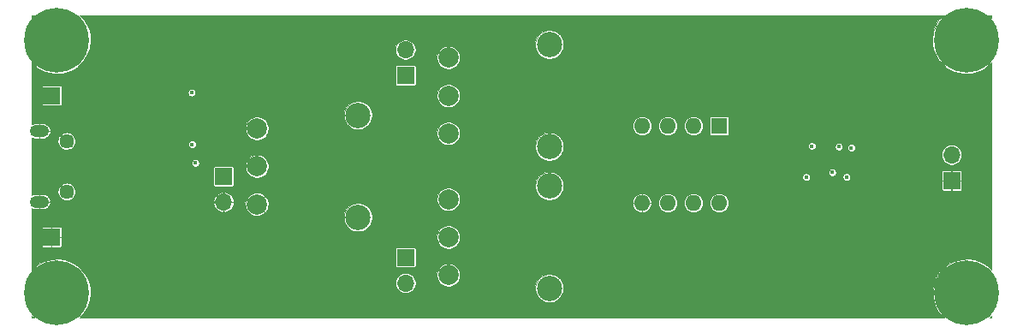
<source format=gbr>
G04 #@! TF.GenerationSoftware,KiCad,Pcbnew,(5.1.5-0-10_14)*
G04 #@! TF.CreationDate,2020-09-27T01:00:48-07:00*
G04 #@! TF.ProjectId,Bias_Tester,42696173-5f54-4657-9374-65722e6b6963,rev?*
G04 #@! TF.SameCoordinates,Original*
G04 #@! TF.FileFunction,Copper,L2,Inr*
G04 #@! TF.FilePolarity,Positive*
%FSLAX46Y46*%
G04 Gerber Fmt 4.6, Leading zero omitted, Abs format (unit mm)*
G04 Created by KiCad (PCBNEW (5.1.5-0-10_14)) date 2020-09-27 01:00:48*
%MOMM*%
%LPD*%
G04 APERTURE LIST*
%ADD10C,1.450000*%
%ADD11O,1.900000X1.200000*%
%ADD12R,1.700000X1.700000*%
%ADD13O,1.700000X1.700000*%
%ADD14C,2.000000*%
%ADD15C,2.500000*%
%ADD16C,6.400000*%
%ADD17R,1.600000X1.600000*%
%ADD18O,1.600000X1.600000*%
%ADD19C,0.450000*%
%ADD20C,0.100000*%
G04 APERTURE END LIST*
D10*
X76462500Y-96500000D03*
X76462500Y-101500000D03*
D11*
X73762500Y-95500000D03*
X73762500Y-102500000D03*
D12*
X110000000Y-90000000D03*
D13*
X110000000Y-87460000D03*
X92000000Y-102540000D03*
D12*
X92000000Y-100000000D03*
X110000000Y-108000000D03*
D13*
X110000000Y-110540000D03*
D14*
X114230000Y-88250000D03*
X114230000Y-92000000D03*
X114230000Y-95750000D03*
D15*
X124230000Y-86950000D03*
X124230000Y-97050000D03*
D14*
X95300000Y-95250000D03*
X95300000Y-99000000D03*
X95300000Y-102750000D03*
D15*
X105300000Y-93950000D03*
X105300000Y-104050000D03*
X124230000Y-111050000D03*
X124230000Y-100950000D03*
D14*
X114230000Y-109750000D03*
X114230000Y-106000000D03*
X114230000Y-102250000D03*
D12*
X75000000Y-106000000D03*
X75000000Y-92000000D03*
D16*
X75500000Y-86500000D03*
X165450000Y-86500000D03*
X75500000Y-111500000D03*
X165500000Y-111500000D03*
D12*
X164000000Y-100400000D03*
D13*
X164000000Y-97860000D03*
D17*
X141000000Y-95000000D03*
D18*
X133380000Y-102620000D03*
X138460000Y-95000000D03*
X135920000Y-102620000D03*
X135920000Y-95000000D03*
X138460000Y-102620000D03*
X133380000Y-95000000D03*
X141000000Y-102620000D03*
D19*
X86970000Y-97870000D03*
X86970000Y-99870000D03*
X85590000Y-100390000D03*
X88020000Y-100390000D03*
X87360000Y-98230000D03*
X86190000Y-98140000D03*
X87150000Y-89220000D03*
X84660000Y-89190000D03*
X86250000Y-91040000D03*
X86060000Y-93710000D03*
X86380000Y-94820000D03*
X78790000Y-99390000D03*
X81610000Y-99380000D03*
X82800000Y-99390000D03*
X149710000Y-97990000D03*
X149820000Y-99010000D03*
X88490000Y-92690000D03*
X152800000Y-98380000D03*
X89330000Y-87030000D03*
X95180000Y-86920000D03*
X106390000Y-87000000D03*
X117400000Y-87050000D03*
X120820000Y-87170000D03*
X124410000Y-90510000D03*
X122220000Y-88740000D03*
X134220000Y-90720000D03*
X145760000Y-92940000D03*
X147270000Y-91910000D03*
X150600000Y-95440000D03*
X140840000Y-88940000D03*
X129050000Y-88880000D03*
X118570000Y-85360000D03*
X112000000Y-85270000D03*
X100840000Y-85360000D03*
X99950000Y-87130000D03*
X92250000Y-85360000D03*
X86560000Y-86930000D03*
X90400000Y-100730000D03*
X88330000Y-102370000D03*
X93090000Y-104200000D03*
X90960000Y-104930000D03*
X95210000Y-105920000D03*
X93630000Y-106890000D03*
X97770000Y-108610000D03*
X95540000Y-109420000D03*
X100380000Y-110980000D03*
X97530000Y-111680000D03*
X102470000Y-112090000D03*
X102340000Y-113700000D03*
X104170000Y-112160000D03*
X104200000Y-113750000D03*
X106990000Y-112140000D03*
X106970000Y-113720000D03*
X109760000Y-112190000D03*
X109810000Y-113820000D03*
X111990000Y-112100000D03*
X111850000Y-113780000D03*
X114960000Y-111890000D03*
X114960000Y-113890000D03*
X118250000Y-112390000D03*
X118270000Y-113750000D03*
X121670000Y-112300000D03*
X121560000Y-113750000D03*
X126650000Y-112210000D03*
X126600000Y-113740000D03*
X130670000Y-112160000D03*
X130810000Y-113740000D03*
X134550000Y-112110000D03*
X136030000Y-113260000D03*
X137420000Y-109050000D03*
X139190000Y-110340000D03*
X139660000Y-106520000D03*
X141860000Y-106370000D03*
X90940000Y-91000000D03*
X91050000Y-92500000D03*
X94470000Y-91040000D03*
X94540000Y-92690000D03*
X97950000Y-91070000D03*
X97880000Y-92610000D03*
X101400000Y-91110000D03*
X101320000Y-92800000D03*
X105250000Y-91040000D03*
X108690000Y-92430000D03*
X107810000Y-94230000D03*
X112070000Y-92580000D03*
X112100000Y-94520000D03*
X116730000Y-92750000D03*
X116620000Y-94330000D03*
X119870000Y-92670000D03*
X119980000Y-94490000D03*
X123230000Y-92750000D03*
X123430000Y-94330000D03*
X126950000Y-92670000D03*
X127180000Y-94450000D03*
X130390000Y-92790000D03*
X131740000Y-94800000D03*
X129500000Y-94910000D03*
X129580000Y-96960000D03*
X132170000Y-97120000D03*
X130660000Y-99320000D03*
X133870000Y-98940000D03*
X132750000Y-100990000D03*
X134650000Y-92750000D03*
X136850000Y-92820000D03*
X141460000Y-92670000D03*
X138670000Y-92750000D03*
X145140000Y-94180000D03*
X143300000Y-95770000D03*
X147260000Y-95840000D03*
X145280000Y-97610000D03*
X147300000Y-99500000D03*
X149670000Y-93470000D03*
X145500000Y-89510000D03*
X143520000Y-91460000D03*
X142460000Y-88560000D03*
X140480000Y-90680000D03*
X136760000Y-91030000D03*
X136800000Y-88840000D03*
X130760000Y-91000000D03*
X131600000Y-88770000D03*
X127400000Y-91030000D03*
X126830000Y-88420000D03*
X122480000Y-85410000D03*
X115630000Y-85330000D03*
X112090000Y-87230000D03*
X109000000Y-85020000D03*
X103820000Y-87180000D03*
X104730000Y-85400000D03*
X97990000Y-85150000D03*
X97030000Y-87620000D03*
X91840000Y-87330000D03*
X88940000Y-85170000D03*
X83960000Y-92200000D03*
X89000000Y-94730000D03*
X116950000Y-104680000D03*
X121040000Y-104710000D03*
X117010000Y-107760000D03*
X122190000Y-107760000D03*
X126530000Y-105350000D03*
X129510000Y-102600000D03*
X108820000Y-98370000D03*
X104840000Y-97040000D03*
X103970000Y-101890000D03*
X109220000Y-101490000D03*
X98540000Y-96920000D03*
X99530000Y-100910000D03*
X109690000Y-104260000D03*
X105530000Y-107260000D03*
X155810000Y-96540000D03*
X158710000Y-96680000D03*
X161160000Y-96630000D03*
X156440000Y-99400000D03*
X159300000Y-99440000D03*
X160790000Y-99260000D03*
X81790000Y-100800000D03*
X79520000Y-100610000D03*
X80350000Y-96380000D03*
X77500000Y-94960000D03*
X75660000Y-93820000D03*
X77350000Y-91270000D03*
X79750000Y-93460000D03*
X73860000Y-90590000D03*
X153610000Y-100050000D03*
X152200000Y-99600000D03*
X88890000Y-96820000D03*
X89200000Y-98670000D03*
X152850000Y-97060000D03*
X154090000Y-97160000D03*
X88840000Y-91710000D03*
X150180000Y-96990000D03*
X149620000Y-100070000D03*
D20*
G36*
X73149786Y-84142715D02*
G01*
X75500000Y-86492929D01*
X77850214Y-84142715D01*
X77755820Y-84050000D01*
X163194180Y-84050000D01*
X163099786Y-84142715D01*
X165450000Y-86492929D01*
X167800214Y-84142715D01*
X167705820Y-84050000D01*
X167950000Y-84050000D01*
X167950000Y-84295086D01*
X167807285Y-84149786D01*
X165457071Y-86500000D01*
X167807285Y-88850214D01*
X167950000Y-88704914D01*
X167950000Y-109244180D01*
X167857285Y-109149786D01*
X165507071Y-111500000D01*
X167857285Y-113850214D01*
X167950000Y-113755820D01*
X167950000Y-113950000D01*
X167755820Y-113950000D01*
X167850214Y-113857285D01*
X165500000Y-111507071D01*
X163149786Y-113857285D01*
X163244180Y-113950000D01*
X77755820Y-113950000D01*
X77850214Y-113857285D01*
X75500000Y-111507071D01*
X73149786Y-113857285D01*
X73244180Y-113950000D01*
X73050000Y-113950000D01*
X73050000Y-113755820D01*
X73142715Y-113850214D01*
X75492929Y-111500000D01*
X75507071Y-111500000D01*
X77857285Y-113850214D01*
X78226256Y-113474560D01*
X78559090Y-112904754D01*
X78774364Y-112280963D01*
X78863807Y-111627160D01*
X78823980Y-110968470D01*
X78685635Y-110441509D01*
X109000000Y-110441509D01*
X109000000Y-110638491D01*
X109038429Y-110831689D01*
X109113811Y-111013678D01*
X109223249Y-111177463D01*
X109362537Y-111316751D01*
X109526322Y-111426189D01*
X109708311Y-111501571D01*
X109901509Y-111540000D01*
X110098491Y-111540000D01*
X110291689Y-111501571D01*
X110473678Y-111426189D01*
X110637463Y-111316751D01*
X110776751Y-111177463D01*
X110886189Y-111013678D01*
X110928258Y-110912112D01*
X122830000Y-110912112D01*
X122830000Y-111187888D01*
X122883801Y-111458365D01*
X122989336Y-111713149D01*
X123142549Y-111942448D01*
X123337552Y-112137451D01*
X123566851Y-112290664D01*
X123821635Y-112396199D01*
X124092112Y-112450000D01*
X124367888Y-112450000D01*
X124638365Y-112396199D01*
X124893149Y-112290664D01*
X125122448Y-112137451D01*
X125317451Y-111942448D01*
X125470664Y-111713149D01*
X125576199Y-111458365D01*
X125593210Y-111372840D01*
X162136193Y-111372840D01*
X162176020Y-112031530D01*
X162343586Y-112669793D01*
X162632451Y-113263101D01*
X162773744Y-113474560D01*
X163142715Y-113850214D01*
X165492929Y-111500000D01*
X163142715Y-109149786D01*
X162773744Y-109525440D01*
X162440910Y-110095246D01*
X162225636Y-110719037D01*
X162136193Y-111372840D01*
X125593210Y-111372840D01*
X125630000Y-111187888D01*
X125630000Y-110912112D01*
X125576199Y-110641635D01*
X125470664Y-110386851D01*
X125317451Y-110157552D01*
X125122448Y-109962549D01*
X124893149Y-109809336D01*
X124638365Y-109703801D01*
X124367888Y-109650000D01*
X124092112Y-109650000D01*
X123821635Y-109703801D01*
X123566851Y-109809336D01*
X123337552Y-109962549D01*
X123142549Y-110157552D01*
X122989336Y-110386851D01*
X122883801Y-110641635D01*
X122830000Y-110912112D01*
X110928258Y-110912112D01*
X110961571Y-110831689D01*
X111000000Y-110638491D01*
X111000000Y-110441509D01*
X110961571Y-110248311D01*
X110886189Y-110066322D01*
X110776751Y-109902537D01*
X110637463Y-109763249D01*
X110473678Y-109653811D01*
X110432453Y-109636735D01*
X113080000Y-109636735D01*
X113080000Y-109863265D01*
X113124194Y-110085443D01*
X113210884Y-110294729D01*
X113336737Y-110483082D01*
X113496918Y-110643263D01*
X113685271Y-110769116D01*
X113894557Y-110855806D01*
X114116735Y-110900000D01*
X114343265Y-110900000D01*
X114565443Y-110855806D01*
X114774729Y-110769116D01*
X114963082Y-110643263D01*
X115123263Y-110483082D01*
X115249116Y-110294729D01*
X115335806Y-110085443D01*
X115380000Y-109863265D01*
X115380000Y-109636735D01*
X115335806Y-109414557D01*
X115249116Y-109205271D01*
X115207318Y-109142715D01*
X163149786Y-109142715D01*
X165500000Y-111492929D01*
X167850214Y-109142715D01*
X167474560Y-108773744D01*
X166904754Y-108440910D01*
X166280963Y-108225636D01*
X165627160Y-108136193D01*
X164968470Y-108176020D01*
X164330207Y-108343586D01*
X163736899Y-108632451D01*
X163525440Y-108773744D01*
X163149786Y-109142715D01*
X115207318Y-109142715D01*
X115123263Y-109016918D01*
X114963082Y-108856737D01*
X114774729Y-108730884D01*
X114565443Y-108644194D01*
X114343265Y-108600000D01*
X114116735Y-108600000D01*
X113894557Y-108644194D01*
X113685271Y-108730884D01*
X113496918Y-108856737D01*
X113336737Y-109016918D01*
X113210884Y-109205271D01*
X113124194Y-109414557D01*
X113080000Y-109636735D01*
X110432453Y-109636735D01*
X110291689Y-109578429D01*
X110098491Y-109540000D01*
X109901509Y-109540000D01*
X109708311Y-109578429D01*
X109526322Y-109653811D01*
X109362537Y-109763249D01*
X109223249Y-109902537D01*
X109113811Y-110066322D01*
X109038429Y-110248311D01*
X109000000Y-110441509D01*
X78685635Y-110441509D01*
X78656414Y-110330207D01*
X78367549Y-109736899D01*
X78226256Y-109525440D01*
X77857285Y-109149786D01*
X75507071Y-111500000D01*
X75492929Y-111500000D01*
X73142715Y-109149786D01*
X73050000Y-109244180D01*
X73050000Y-109142715D01*
X73149786Y-109142715D01*
X75500000Y-111492929D01*
X77850214Y-109142715D01*
X77474560Y-108773744D01*
X76904754Y-108440910D01*
X76280963Y-108225636D01*
X75627160Y-108136193D01*
X74968470Y-108176020D01*
X74330207Y-108343586D01*
X73736899Y-108632451D01*
X73525440Y-108773744D01*
X73149786Y-109142715D01*
X73050000Y-109142715D01*
X73050000Y-107150000D01*
X108999275Y-107150000D01*
X108999275Y-108850000D01*
X109002171Y-108879405D01*
X109010748Y-108907680D01*
X109024677Y-108933738D01*
X109043421Y-108956579D01*
X109066262Y-108975323D01*
X109092320Y-108989252D01*
X109120595Y-108997829D01*
X109150000Y-109000725D01*
X110850000Y-109000725D01*
X110879405Y-108997829D01*
X110907680Y-108989252D01*
X110933738Y-108975323D01*
X110956579Y-108956579D01*
X110975323Y-108933738D01*
X110989252Y-108907680D01*
X110997829Y-108879405D01*
X111000725Y-108850000D01*
X111000725Y-107150000D01*
X110997829Y-107120595D01*
X110989252Y-107092320D01*
X110975323Y-107066262D01*
X110956579Y-107043421D01*
X110933738Y-107024677D01*
X110907680Y-107010748D01*
X110879405Y-107002171D01*
X110850000Y-106999275D01*
X109150000Y-106999275D01*
X109120595Y-107002171D01*
X109092320Y-107010748D01*
X109066262Y-107024677D01*
X109043421Y-107043421D01*
X109024677Y-107066262D01*
X109010748Y-107092320D01*
X109002171Y-107120595D01*
X108999275Y-107150000D01*
X73050000Y-107150000D01*
X73050000Y-106850000D01*
X73999274Y-106850000D01*
X74002170Y-106879405D01*
X74010747Y-106907680D01*
X74024676Y-106933739D01*
X74043421Y-106956579D01*
X74066261Y-106975324D01*
X74092320Y-106989253D01*
X74120595Y-106997830D01*
X74150000Y-107000726D01*
X74957500Y-107000000D01*
X74995000Y-106962500D01*
X74995000Y-106005000D01*
X75005000Y-106005000D01*
X75005000Y-106962500D01*
X75042500Y-107000000D01*
X75850000Y-107000726D01*
X75879405Y-106997830D01*
X75907680Y-106989253D01*
X75933739Y-106975324D01*
X75956579Y-106956579D01*
X75975324Y-106933739D01*
X75989253Y-106907680D01*
X75997830Y-106879405D01*
X76000726Y-106850000D01*
X76000000Y-106042500D01*
X75962500Y-106005000D01*
X75005000Y-106005000D01*
X74995000Y-106005000D01*
X74037500Y-106005000D01*
X74000000Y-106042500D01*
X73999274Y-106850000D01*
X73050000Y-106850000D01*
X73050000Y-105150000D01*
X73999274Y-105150000D01*
X74000000Y-105957500D01*
X74037500Y-105995000D01*
X74995000Y-105995000D01*
X74995000Y-105037500D01*
X75005000Y-105037500D01*
X75005000Y-105995000D01*
X75962500Y-105995000D01*
X76000000Y-105957500D01*
X76000063Y-105886735D01*
X113080000Y-105886735D01*
X113080000Y-106113265D01*
X113124194Y-106335443D01*
X113210884Y-106544729D01*
X113336737Y-106733082D01*
X113496918Y-106893263D01*
X113685271Y-107019116D01*
X113894557Y-107105806D01*
X114116735Y-107150000D01*
X114343265Y-107150000D01*
X114565443Y-107105806D01*
X114774729Y-107019116D01*
X114963082Y-106893263D01*
X115123263Y-106733082D01*
X115249116Y-106544729D01*
X115335806Y-106335443D01*
X115380000Y-106113265D01*
X115380000Y-105886735D01*
X115335806Y-105664557D01*
X115249116Y-105455271D01*
X115123263Y-105266918D01*
X114963082Y-105106737D01*
X114774729Y-104980884D01*
X114565443Y-104894194D01*
X114343265Y-104850000D01*
X114116735Y-104850000D01*
X113894557Y-104894194D01*
X113685271Y-104980884D01*
X113496918Y-105106737D01*
X113336737Y-105266918D01*
X113210884Y-105455271D01*
X113124194Y-105664557D01*
X113080000Y-105886735D01*
X76000063Y-105886735D01*
X76000726Y-105150000D01*
X75997830Y-105120595D01*
X75989253Y-105092320D01*
X75975324Y-105066261D01*
X75956579Y-105043421D01*
X75933739Y-105024676D01*
X75907680Y-105010747D01*
X75879405Y-105002170D01*
X75850000Y-104999274D01*
X75042500Y-105000000D01*
X75005000Y-105037500D01*
X74995000Y-105037500D01*
X74957500Y-105000000D01*
X74150000Y-104999274D01*
X74120595Y-105002170D01*
X74092320Y-105010747D01*
X74066261Y-105024676D01*
X74043421Y-105043421D01*
X74024676Y-105066261D01*
X74010747Y-105092320D01*
X74002170Y-105120595D01*
X73999274Y-105150000D01*
X73050000Y-105150000D01*
X73050000Y-103912112D01*
X103900000Y-103912112D01*
X103900000Y-104187888D01*
X103953801Y-104458365D01*
X104059336Y-104713149D01*
X104212549Y-104942448D01*
X104407552Y-105137451D01*
X104636851Y-105290664D01*
X104891635Y-105396199D01*
X105162112Y-105450000D01*
X105437888Y-105450000D01*
X105708365Y-105396199D01*
X105963149Y-105290664D01*
X106192448Y-105137451D01*
X106387451Y-104942448D01*
X106540664Y-104713149D01*
X106646199Y-104458365D01*
X106700000Y-104187888D01*
X106700000Y-103912112D01*
X106646199Y-103641635D01*
X106540664Y-103386851D01*
X106387451Y-103157552D01*
X106192448Y-102962549D01*
X105963149Y-102809336D01*
X105708365Y-102703801D01*
X105437888Y-102650000D01*
X105162112Y-102650000D01*
X104891635Y-102703801D01*
X104636851Y-102809336D01*
X104407552Y-102962549D01*
X104212549Y-103157552D01*
X104059336Y-103386851D01*
X103953801Y-103641635D01*
X103900000Y-103912112D01*
X73050000Y-103912112D01*
X73050000Y-103544118D01*
X94512953Y-103544118D01*
X94624828Y-103687801D01*
X94820758Y-103801501D01*
X95035104Y-103874792D01*
X95259630Y-103904858D01*
X95485707Y-103890543D01*
X95704648Y-103832399D01*
X95908038Y-103732658D01*
X95975172Y-103687801D01*
X96087047Y-103544118D01*
X95300000Y-102757071D01*
X94512953Y-103544118D01*
X73050000Y-103544118D01*
X73050000Y-103152508D01*
X73120868Y-103190997D01*
X73261278Y-103234614D01*
X73407500Y-103250000D01*
X73757500Y-103250000D01*
X73757500Y-102505000D01*
X73767500Y-102505000D01*
X73767500Y-103250000D01*
X74117500Y-103250000D01*
X74263722Y-103234614D01*
X74404132Y-103190997D01*
X74533335Y-103120825D01*
X74646366Y-103026795D01*
X74738881Y-102912521D01*
X74807324Y-102782394D01*
X74831313Y-102701371D01*
X91013107Y-102701371D01*
X91026474Y-102768580D01*
X91089774Y-102954113D01*
X91188053Y-103123732D01*
X91317535Y-103270919D01*
X91473244Y-103390017D01*
X91649196Y-103476449D01*
X91838629Y-103526894D01*
X91995000Y-103502488D01*
X91995000Y-102545000D01*
X92005000Y-102545000D01*
X92005000Y-103502488D01*
X92161371Y-103526894D01*
X92350804Y-103476449D01*
X92526756Y-103390017D01*
X92682465Y-103270919D01*
X92811947Y-103123732D01*
X92910226Y-102954113D01*
X92973526Y-102768580D01*
X92985250Y-102709630D01*
X94145142Y-102709630D01*
X94159457Y-102935707D01*
X94217601Y-103154648D01*
X94317342Y-103358038D01*
X94362199Y-103425172D01*
X94505882Y-103537047D01*
X95292929Y-102750000D01*
X95307071Y-102750000D01*
X96094118Y-103537047D01*
X96237801Y-103425172D01*
X96351501Y-103229242D01*
X96424792Y-103014896D01*
X96454858Y-102790370D01*
X96440543Y-102564293D01*
X96382399Y-102345352D01*
X96282658Y-102141962D01*
X96279166Y-102136735D01*
X113080000Y-102136735D01*
X113080000Y-102363265D01*
X113124194Y-102585443D01*
X113210884Y-102794729D01*
X113336737Y-102983082D01*
X113496918Y-103143263D01*
X113685271Y-103269116D01*
X113894557Y-103355806D01*
X114116735Y-103400000D01*
X114343265Y-103400000D01*
X114565443Y-103355806D01*
X114774729Y-103269116D01*
X114963082Y-103143263D01*
X115123263Y-102983082D01*
X115249116Y-102794729D01*
X115257889Y-102773549D01*
X132442491Y-102773549D01*
X132490461Y-102953498D01*
X132572615Y-103120630D01*
X132685797Y-103268524D01*
X132825657Y-103391495D01*
X132986820Y-103484818D01*
X133163092Y-103544906D01*
X133226451Y-103557509D01*
X133375000Y-103532486D01*
X133375000Y-102625000D01*
X133385000Y-102625000D01*
X133385000Y-103532486D01*
X133533549Y-103557509D01*
X133596908Y-103544906D01*
X133773180Y-103484818D01*
X133934343Y-103391495D01*
X134074203Y-103268524D01*
X134187385Y-103120630D01*
X134269539Y-102953498D01*
X134317509Y-102773549D01*
X134292487Y-102625000D01*
X133385000Y-102625000D01*
X133375000Y-102625000D01*
X132467513Y-102625000D01*
X132442491Y-102773549D01*
X115257889Y-102773549D01*
X115335806Y-102585443D01*
X115359475Y-102466451D01*
X132442491Y-102466451D01*
X132467513Y-102615000D01*
X133375000Y-102615000D01*
X133375000Y-101707514D01*
X133385000Y-101707514D01*
X133385000Y-102615000D01*
X134292487Y-102615000D01*
X134307405Y-102526433D01*
X134970000Y-102526433D01*
X134970000Y-102713567D01*
X135006508Y-102897105D01*
X135078121Y-103069994D01*
X135182087Y-103225590D01*
X135314410Y-103357913D01*
X135470006Y-103461879D01*
X135642895Y-103533492D01*
X135826433Y-103570000D01*
X136013567Y-103570000D01*
X136197105Y-103533492D01*
X136369994Y-103461879D01*
X136525590Y-103357913D01*
X136657913Y-103225590D01*
X136761879Y-103069994D01*
X136833492Y-102897105D01*
X136870000Y-102713567D01*
X136870000Y-102526433D01*
X137510000Y-102526433D01*
X137510000Y-102713567D01*
X137546508Y-102897105D01*
X137618121Y-103069994D01*
X137722087Y-103225590D01*
X137854410Y-103357913D01*
X138010006Y-103461879D01*
X138182895Y-103533492D01*
X138366433Y-103570000D01*
X138553567Y-103570000D01*
X138737105Y-103533492D01*
X138909994Y-103461879D01*
X139065590Y-103357913D01*
X139197913Y-103225590D01*
X139301879Y-103069994D01*
X139373492Y-102897105D01*
X139410000Y-102713567D01*
X139410000Y-102526433D01*
X140050000Y-102526433D01*
X140050000Y-102713567D01*
X140086508Y-102897105D01*
X140158121Y-103069994D01*
X140262087Y-103225590D01*
X140394410Y-103357913D01*
X140550006Y-103461879D01*
X140722895Y-103533492D01*
X140906433Y-103570000D01*
X141093567Y-103570000D01*
X141277105Y-103533492D01*
X141449994Y-103461879D01*
X141605590Y-103357913D01*
X141737913Y-103225590D01*
X141841879Y-103069994D01*
X141913492Y-102897105D01*
X141950000Y-102713567D01*
X141950000Y-102526433D01*
X141913492Y-102342895D01*
X141841879Y-102170006D01*
X141737913Y-102014410D01*
X141605590Y-101882087D01*
X141449994Y-101778121D01*
X141277105Y-101706508D01*
X141093567Y-101670000D01*
X140906433Y-101670000D01*
X140722895Y-101706508D01*
X140550006Y-101778121D01*
X140394410Y-101882087D01*
X140262087Y-102014410D01*
X140158121Y-102170006D01*
X140086508Y-102342895D01*
X140050000Y-102526433D01*
X139410000Y-102526433D01*
X139373492Y-102342895D01*
X139301879Y-102170006D01*
X139197913Y-102014410D01*
X139065590Y-101882087D01*
X138909994Y-101778121D01*
X138737105Y-101706508D01*
X138553567Y-101670000D01*
X138366433Y-101670000D01*
X138182895Y-101706508D01*
X138010006Y-101778121D01*
X137854410Y-101882087D01*
X137722087Y-102014410D01*
X137618121Y-102170006D01*
X137546508Y-102342895D01*
X137510000Y-102526433D01*
X136870000Y-102526433D01*
X136833492Y-102342895D01*
X136761879Y-102170006D01*
X136657913Y-102014410D01*
X136525590Y-101882087D01*
X136369994Y-101778121D01*
X136197105Y-101706508D01*
X136013567Y-101670000D01*
X135826433Y-101670000D01*
X135642895Y-101706508D01*
X135470006Y-101778121D01*
X135314410Y-101882087D01*
X135182087Y-102014410D01*
X135078121Y-102170006D01*
X135006508Y-102342895D01*
X134970000Y-102526433D01*
X134307405Y-102526433D01*
X134317509Y-102466451D01*
X134269539Y-102286502D01*
X134187385Y-102119370D01*
X134074203Y-101971476D01*
X133934343Y-101848505D01*
X133773180Y-101755182D01*
X133596908Y-101695094D01*
X133533549Y-101682491D01*
X133385000Y-101707514D01*
X133375000Y-101707514D01*
X133226451Y-101682491D01*
X133163092Y-101695094D01*
X132986820Y-101755182D01*
X132825657Y-101848505D01*
X132685797Y-101971476D01*
X132572615Y-102119370D01*
X132490461Y-102286502D01*
X132442491Y-102466451D01*
X115359475Y-102466451D01*
X115380000Y-102363265D01*
X115380000Y-102136735D01*
X115335806Y-101914557D01*
X115249116Y-101705271D01*
X115123263Y-101516918D01*
X114963082Y-101356737D01*
X114774729Y-101230884D01*
X114565443Y-101144194D01*
X114343265Y-101100000D01*
X114116735Y-101100000D01*
X113894557Y-101144194D01*
X113685271Y-101230884D01*
X113496918Y-101356737D01*
X113336737Y-101516918D01*
X113210884Y-101705271D01*
X113124194Y-101914557D01*
X113080000Y-102136735D01*
X96279166Y-102136735D01*
X96237801Y-102074828D01*
X96094118Y-101962953D01*
X95307071Y-102750000D01*
X95292929Y-102750000D01*
X94505882Y-101962953D01*
X94362199Y-102074828D01*
X94248499Y-102270758D01*
X94175208Y-102485104D01*
X94145142Y-102709630D01*
X92985250Y-102709630D01*
X92986893Y-102701371D01*
X92962487Y-102545000D01*
X92005000Y-102545000D01*
X91995000Y-102545000D01*
X91037513Y-102545000D01*
X91013107Y-102701371D01*
X74831313Y-102701371D01*
X74849065Y-102641414D01*
X74852467Y-102622262D01*
X74824982Y-102505000D01*
X73767500Y-102505000D01*
X73757500Y-102505000D01*
X73737500Y-102505000D01*
X73737500Y-102495000D01*
X73757500Y-102495000D01*
X73757500Y-101750000D01*
X73767500Y-101750000D01*
X73767500Y-102495000D01*
X74824982Y-102495000D01*
X74852467Y-102377738D01*
X74849065Y-102358586D01*
X74807324Y-102217606D01*
X74744794Y-102098721D01*
X75870850Y-102098721D01*
X75949753Y-102214243D01*
X76098947Y-102300551D01*
X76262112Y-102356094D01*
X76432978Y-102378738D01*
X76434663Y-102378629D01*
X91013107Y-102378629D01*
X91037513Y-102535000D01*
X91995000Y-102535000D01*
X91995000Y-101577512D01*
X92005000Y-101577512D01*
X92005000Y-102535000D01*
X92962487Y-102535000D01*
X92986893Y-102378629D01*
X92973526Y-102311420D01*
X92910226Y-102125887D01*
X92811947Y-101956268D01*
X92811608Y-101955882D01*
X94512953Y-101955882D01*
X95300000Y-102742929D01*
X96087047Y-101955882D01*
X95975172Y-101812199D01*
X95779242Y-101698499D01*
X95564896Y-101625208D01*
X95340370Y-101595142D01*
X95114293Y-101609457D01*
X94895352Y-101667601D01*
X94691962Y-101767342D01*
X94624828Y-101812199D01*
X94512953Y-101955882D01*
X92811608Y-101955882D01*
X92682465Y-101809081D01*
X92526756Y-101689983D01*
X92350804Y-101603551D01*
X92161371Y-101553106D01*
X92005000Y-101577512D01*
X91995000Y-101577512D01*
X91838629Y-101553106D01*
X91649196Y-101603551D01*
X91473244Y-101689983D01*
X91317535Y-101809081D01*
X91188053Y-101956268D01*
X91089774Y-102125887D01*
X91026474Y-102311420D01*
X91013107Y-102378629D01*
X76434663Y-102378629D01*
X76604978Y-102367613D01*
X76771503Y-102323146D01*
X76926153Y-102247046D01*
X76975247Y-102214243D01*
X77054150Y-102098721D01*
X76462500Y-101507071D01*
X75870850Y-102098721D01*
X74744794Y-102098721D01*
X74738881Y-102087479D01*
X74646366Y-101973205D01*
X74533335Y-101879175D01*
X74404132Y-101809003D01*
X74263722Y-101765386D01*
X74117500Y-101750000D01*
X73767500Y-101750000D01*
X73757500Y-101750000D01*
X73407500Y-101750000D01*
X73261278Y-101765386D01*
X73120868Y-101809003D01*
X73050000Y-101847492D01*
X73050000Y-101470478D01*
X75583762Y-101470478D01*
X75594887Y-101642478D01*
X75639354Y-101809003D01*
X75715454Y-101963653D01*
X75748257Y-102012747D01*
X75863779Y-102091650D01*
X76455429Y-101500000D01*
X76469571Y-101500000D01*
X77061221Y-102091650D01*
X77176743Y-102012747D01*
X77263051Y-101863553D01*
X77318594Y-101700388D01*
X77341238Y-101529522D01*
X77330113Y-101357522D01*
X77285646Y-101190997D01*
X77209546Y-101036347D01*
X77176743Y-100987253D01*
X77061221Y-100908350D01*
X76469571Y-101500000D01*
X76455429Y-101500000D01*
X75863779Y-100908350D01*
X75748257Y-100987253D01*
X75661949Y-101136447D01*
X75606406Y-101299612D01*
X75583762Y-101470478D01*
X73050000Y-101470478D01*
X73050000Y-100901279D01*
X75870850Y-100901279D01*
X76462500Y-101492929D01*
X77054150Y-100901279D01*
X76975247Y-100785757D01*
X76826053Y-100699449D01*
X76662888Y-100643906D01*
X76492022Y-100621262D01*
X76320022Y-100632387D01*
X76153497Y-100676854D01*
X75998847Y-100752954D01*
X75949753Y-100785757D01*
X75870850Y-100901279D01*
X73050000Y-100901279D01*
X73050000Y-99150000D01*
X90999275Y-99150000D01*
X90999275Y-100850000D01*
X91002171Y-100879405D01*
X91010748Y-100907680D01*
X91024677Y-100933738D01*
X91043421Y-100956579D01*
X91066262Y-100975323D01*
X91092320Y-100989252D01*
X91120595Y-100997829D01*
X91150000Y-101000725D01*
X92850000Y-101000725D01*
X92879405Y-100997829D01*
X92907680Y-100989252D01*
X92933738Y-100975323D01*
X92956579Y-100956579D01*
X92975323Y-100933738D01*
X92989252Y-100907680D01*
X92997829Y-100879405D01*
X93000725Y-100850000D01*
X93000725Y-100812112D01*
X122830000Y-100812112D01*
X122830000Y-101087888D01*
X122883801Y-101358365D01*
X122989336Y-101613149D01*
X123142549Y-101842448D01*
X123337552Y-102037451D01*
X123566851Y-102190664D01*
X123821635Y-102296199D01*
X124092112Y-102350000D01*
X124367888Y-102350000D01*
X124638365Y-102296199D01*
X124893149Y-102190664D01*
X125122448Y-102037451D01*
X125317451Y-101842448D01*
X125470664Y-101613149D01*
X125576199Y-101358365D01*
X125597754Y-101250000D01*
X162999274Y-101250000D01*
X163002170Y-101279405D01*
X163010747Y-101307680D01*
X163024676Y-101333739D01*
X163043421Y-101356579D01*
X163066261Y-101375324D01*
X163092320Y-101389253D01*
X163120595Y-101397830D01*
X163150000Y-101400726D01*
X163957500Y-101400000D01*
X163995000Y-101362500D01*
X163995000Y-100405000D01*
X164005000Y-100405000D01*
X164005000Y-101362500D01*
X164042500Y-101400000D01*
X164850000Y-101400726D01*
X164879405Y-101397830D01*
X164907680Y-101389253D01*
X164933739Y-101375324D01*
X164956579Y-101356579D01*
X164975324Y-101333739D01*
X164989253Y-101307680D01*
X164997830Y-101279405D01*
X165000726Y-101250000D01*
X165000000Y-100442500D01*
X164962500Y-100405000D01*
X164005000Y-100405000D01*
X163995000Y-100405000D01*
X163037500Y-100405000D01*
X163000000Y-100442500D01*
X162999274Y-101250000D01*
X125597754Y-101250000D01*
X125630000Y-101087888D01*
X125630000Y-100812112D01*
X125576199Y-100541635D01*
X125470664Y-100286851D01*
X125317451Y-100057552D01*
X125292965Y-100033066D01*
X149245000Y-100033066D01*
X149245000Y-100106934D01*
X149259411Y-100179383D01*
X149287680Y-100247629D01*
X149328719Y-100309048D01*
X149380952Y-100361281D01*
X149442371Y-100402320D01*
X149510617Y-100430589D01*
X149583066Y-100445000D01*
X149656934Y-100445000D01*
X149729383Y-100430589D01*
X149797629Y-100402320D01*
X149859048Y-100361281D01*
X149911281Y-100309048D01*
X149952320Y-100247629D01*
X149980589Y-100179383D01*
X149995000Y-100106934D01*
X149995000Y-100033066D01*
X149991022Y-100013066D01*
X153235000Y-100013066D01*
X153235000Y-100086934D01*
X153249411Y-100159383D01*
X153277680Y-100227629D01*
X153318719Y-100289048D01*
X153370952Y-100341281D01*
X153432371Y-100382320D01*
X153500617Y-100410589D01*
X153573066Y-100425000D01*
X153646934Y-100425000D01*
X153719383Y-100410589D01*
X153787629Y-100382320D01*
X153849048Y-100341281D01*
X153901281Y-100289048D01*
X153942320Y-100227629D01*
X153970589Y-100159383D01*
X153985000Y-100086934D01*
X153985000Y-100013066D01*
X153970589Y-99940617D01*
X153942320Y-99872371D01*
X153901281Y-99810952D01*
X153849048Y-99758719D01*
X153787629Y-99717680D01*
X153719383Y-99689411D01*
X153646934Y-99675000D01*
X153573066Y-99675000D01*
X153500617Y-99689411D01*
X153432371Y-99717680D01*
X153370952Y-99758719D01*
X153318719Y-99810952D01*
X153277680Y-99872371D01*
X153249411Y-99940617D01*
X153235000Y-100013066D01*
X149991022Y-100013066D01*
X149980589Y-99960617D01*
X149952320Y-99892371D01*
X149911281Y-99830952D01*
X149859048Y-99778719D01*
X149797629Y-99737680D01*
X149729383Y-99709411D01*
X149656934Y-99695000D01*
X149583066Y-99695000D01*
X149510617Y-99709411D01*
X149442371Y-99737680D01*
X149380952Y-99778719D01*
X149328719Y-99830952D01*
X149287680Y-99892371D01*
X149259411Y-99960617D01*
X149245000Y-100033066D01*
X125292965Y-100033066D01*
X125122448Y-99862549D01*
X124893149Y-99709336D01*
X124638365Y-99603801D01*
X124433576Y-99563066D01*
X151825000Y-99563066D01*
X151825000Y-99636934D01*
X151839411Y-99709383D01*
X151867680Y-99777629D01*
X151908719Y-99839048D01*
X151960952Y-99891281D01*
X152022371Y-99932320D01*
X152090617Y-99960589D01*
X152163066Y-99975000D01*
X152236934Y-99975000D01*
X152309383Y-99960589D01*
X152377629Y-99932320D01*
X152439048Y-99891281D01*
X152491281Y-99839048D01*
X152532320Y-99777629D01*
X152560589Y-99709383D01*
X152575000Y-99636934D01*
X152575000Y-99563066D01*
X152572402Y-99550000D01*
X162999274Y-99550000D01*
X163000000Y-100357500D01*
X163037500Y-100395000D01*
X163995000Y-100395000D01*
X163995000Y-99437500D01*
X164005000Y-99437500D01*
X164005000Y-100395000D01*
X164962500Y-100395000D01*
X165000000Y-100357500D01*
X165000726Y-99550000D01*
X164997830Y-99520595D01*
X164989253Y-99492320D01*
X164975324Y-99466261D01*
X164956579Y-99443421D01*
X164933739Y-99424676D01*
X164907680Y-99410747D01*
X164879405Y-99402170D01*
X164850000Y-99399274D01*
X164042500Y-99400000D01*
X164005000Y-99437500D01*
X163995000Y-99437500D01*
X163957500Y-99400000D01*
X163150000Y-99399274D01*
X163120595Y-99402170D01*
X163092320Y-99410747D01*
X163066261Y-99424676D01*
X163043421Y-99443421D01*
X163024676Y-99466261D01*
X163010747Y-99492320D01*
X163002170Y-99520595D01*
X162999274Y-99550000D01*
X152572402Y-99550000D01*
X152560589Y-99490617D01*
X152532320Y-99422371D01*
X152491281Y-99360952D01*
X152439048Y-99308719D01*
X152377629Y-99267680D01*
X152309383Y-99239411D01*
X152236934Y-99225000D01*
X152163066Y-99225000D01*
X152090617Y-99239411D01*
X152022371Y-99267680D01*
X151960952Y-99308719D01*
X151908719Y-99360952D01*
X151867680Y-99422371D01*
X151839411Y-99490617D01*
X151825000Y-99563066D01*
X124433576Y-99563066D01*
X124367888Y-99550000D01*
X124092112Y-99550000D01*
X123821635Y-99603801D01*
X123566851Y-99709336D01*
X123337552Y-99862549D01*
X123142549Y-100057552D01*
X122989336Y-100286851D01*
X122883801Y-100541635D01*
X122830000Y-100812112D01*
X93000725Y-100812112D01*
X93000725Y-99150000D01*
X92997829Y-99120595D01*
X92989252Y-99092320D01*
X92975323Y-99066262D01*
X92956579Y-99043421D01*
X92933738Y-99024677D01*
X92907680Y-99010748D01*
X92879405Y-99002171D01*
X92850000Y-98999275D01*
X91150000Y-98999275D01*
X91120595Y-99002171D01*
X91092320Y-99010748D01*
X91066262Y-99024677D01*
X91043421Y-99043421D01*
X91024677Y-99066262D01*
X91010748Y-99092320D01*
X91002171Y-99120595D01*
X90999275Y-99150000D01*
X73050000Y-99150000D01*
X73050000Y-98633066D01*
X88825000Y-98633066D01*
X88825000Y-98706934D01*
X88839411Y-98779383D01*
X88867680Y-98847629D01*
X88908719Y-98909048D01*
X88960952Y-98961281D01*
X89022371Y-99002320D01*
X89090617Y-99030589D01*
X89163066Y-99045000D01*
X89236934Y-99045000D01*
X89309383Y-99030589D01*
X89377629Y-99002320D01*
X89439048Y-98961281D01*
X89491281Y-98909048D01*
X89506190Y-98886735D01*
X94150000Y-98886735D01*
X94150000Y-99113265D01*
X94194194Y-99335443D01*
X94280884Y-99544729D01*
X94406737Y-99733082D01*
X94566918Y-99893263D01*
X94755271Y-100019116D01*
X94964557Y-100105806D01*
X95186735Y-100150000D01*
X95413265Y-100150000D01*
X95635443Y-100105806D01*
X95844729Y-100019116D01*
X96033082Y-99893263D01*
X96193263Y-99733082D01*
X96319116Y-99544729D01*
X96405806Y-99335443D01*
X96450000Y-99113265D01*
X96450000Y-98886735D01*
X96405806Y-98664557D01*
X96319116Y-98455271D01*
X96193263Y-98266918D01*
X96033082Y-98106737D01*
X95844729Y-97980884D01*
X95635443Y-97894194D01*
X95413265Y-97850000D01*
X95186735Y-97850000D01*
X94964557Y-97894194D01*
X94755271Y-97980884D01*
X94566918Y-98106737D01*
X94406737Y-98266918D01*
X94280884Y-98455271D01*
X94194194Y-98664557D01*
X94150000Y-98886735D01*
X89506190Y-98886735D01*
X89532320Y-98847629D01*
X89560589Y-98779383D01*
X89575000Y-98706934D01*
X89575000Y-98633066D01*
X89560589Y-98560617D01*
X89532320Y-98492371D01*
X89491281Y-98430952D01*
X89439048Y-98378719D01*
X89377629Y-98337680D01*
X89309383Y-98309411D01*
X89236934Y-98295000D01*
X89163066Y-98295000D01*
X89090617Y-98309411D01*
X89022371Y-98337680D01*
X88960952Y-98378719D01*
X88908719Y-98430952D01*
X88867680Y-98492371D01*
X88839411Y-98560617D01*
X88825000Y-98633066D01*
X73050000Y-98633066D01*
X73050000Y-97098721D01*
X75870850Y-97098721D01*
X75949753Y-97214243D01*
X76098947Y-97300551D01*
X76262112Y-97356094D01*
X76432978Y-97378738D01*
X76604978Y-97367613D01*
X76771503Y-97323146D01*
X76926153Y-97247046D01*
X76975247Y-97214243D01*
X77054150Y-97098721D01*
X76462500Y-96507071D01*
X75870850Y-97098721D01*
X73050000Y-97098721D01*
X73050000Y-96470478D01*
X75583762Y-96470478D01*
X75594887Y-96642478D01*
X75639354Y-96809003D01*
X75715454Y-96963653D01*
X75748257Y-97012747D01*
X75863779Y-97091650D01*
X76455429Y-96500000D01*
X76469571Y-96500000D01*
X77061221Y-97091650D01*
X77176743Y-97012747D01*
X77263051Y-96863553D01*
X77290449Y-96783066D01*
X88515000Y-96783066D01*
X88515000Y-96856934D01*
X88529411Y-96929383D01*
X88557680Y-96997629D01*
X88598719Y-97059048D01*
X88650952Y-97111281D01*
X88712371Y-97152320D01*
X88780617Y-97180589D01*
X88853066Y-97195000D01*
X88926934Y-97195000D01*
X88999383Y-97180589D01*
X89067629Y-97152320D01*
X89129048Y-97111281D01*
X89181281Y-97059048D01*
X89222320Y-96997629D01*
X89250589Y-96929383D01*
X89254024Y-96912112D01*
X122830000Y-96912112D01*
X122830000Y-97187888D01*
X122883801Y-97458365D01*
X122989336Y-97713149D01*
X123142549Y-97942448D01*
X123337552Y-98137451D01*
X123566851Y-98290664D01*
X123821635Y-98396199D01*
X124092112Y-98450000D01*
X124367888Y-98450000D01*
X124638365Y-98396199D01*
X124893149Y-98290664D01*
X125122448Y-98137451D01*
X125317451Y-97942448D01*
X125438350Y-97761509D01*
X163000000Y-97761509D01*
X163000000Y-97958491D01*
X163038429Y-98151689D01*
X163113811Y-98333678D01*
X163223249Y-98497463D01*
X163362537Y-98636751D01*
X163526322Y-98746189D01*
X163708311Y-98821571D01*
X163901509Y-98860000D01*
X164098491Y-98860000D01*
X164291689Y-98821571D01*
X164473678Y-98746189D01*
X164637463Y-98636751D01*
X164776751Y-98497463D01*
X164886189Y-98333678D01*
X164961571Y-98151689D01*
X165000000Y-97958491D01*
X165000000Y-97761509D01*
X164961571Y-97568311D01*
X164886189Y-97386322D01*
X164776751Y-97222537D01*
X164637463Y-97083249D01*
X164473678Y-96973811D01*
X164291689Y-96898429D01*
X164098491Y-96860000D01*
X163901509Y-96860000D01*
X163708311Y-96898429D01*
X163526322Y-96973811D01*
X163362537Y-97083249D01*
X163223249Y-97222537D01*
X163113811Y-97386322D01*
X163038429Y-97568311D01*
X163000000Y-97761509D01*
X125438350Y-97761509D01*
X125470664Y-97713149D01*
X125576199Y-97458365D01*
X125630000Y-97187888D01*
X125630000Y-96953066D01*
X149805000Y-96953066D01*
X149805000Y-97026934D01*
X149819411Y-97099383D01*
X149847680Y-97167629D01*
X149888719Y-97229048D01*
X149940952Y-97281281D01*
X150002371Y-97322320D01*
X150070617Y-97350589D01*
X150143066Y-97365000D01*
X150216934Y-97365000D01*
X150289383Y-97350589D01*
X150357629Y-97322320D01*
X150419048Y-97281281D01*
X150471281Y-97229048D01*
X150512320Y-97167629D01*
X150540589Y-97099383D01*
X150555000Y-97026934D01*
X150555000Y-97023066D01*
X152475000Y-97023066D01*
X152475000Y-97096934D01*
X152489411Y-97169383D01*
X152517680Y-97237629D01*
X152558719Y-97299048D01*
X152610952Y-97351281D01*
X152672371Y-97392320D01*
X152740617Y-97420589D01*
X152813066Y-97435000D01*
X152886934Y-97435000D01*
X152959383Y-97420589D01*
X153027629Y-97392320D01*
X153089048Y-97351281D01*
X153141281Y-97299048D01*
X153182320Y-97237629D01*
X153210589Y-97169383D01*
X153219802Y-97123066D01*
X153715000Y-97123066D01*
X153715000Y-97196934D01*
X153729411Y-97269383D01*
X153757680Y-97337629D01*
X153798719Y-97399048D01*
X153850952Y-97451281D01*
X153912371Y-97492320D01*
X153980617Y-97520589D01*
X154053066Y-97535000D01*
X154126934Y-97535000D01*
X154199383Y-97520589D01*
X154267629Y-97492320D01*
X154329048Y-97451281D01*
X154381281Y-97399048D01*
X154422320Y-97337629D01*
X154450589Y-97269383D01*
X154465000Y-97196934D01*
X154465000Y-97123066D01*
X154450589Y-97050617D01*
X154422320Y-96982371D01*
X154381281Y-96920952D01*
X154329048Y-96868719D01*
X154267629Y-96827680D01*
X154199383Y-96799411D01*
X154126934Y-96785000D01*
X154053066Y-96785000D01*
X153980617Y-96799411D01*
X153912371Y-96827680D01*
X153850952Y-96868719D01*
X153798719Y-96920952D01*
X153757680Y-96982371D01*
X153729411Y-97050617D01*
X153715000Y-97123066D01*
X153219802Y-97123066D01*
X153225000Y-97096934D01*
X153225000Y-97023066D01*
X153210589Y-96950617D01*
X153182320Y-96882371D01*
X153141281Y-96820952D01*
X153089048Y-96768719D01*
X153027629Y-96727680D01*
X152959383Y-96699411D01*
X152886934Y-96685000D01*
X152813066Y-96685000D01*
X152740617Y-96699411D01*
X152672371Y-96727680D01*
X152610952Y-96768719D01*
X152558719Y-96820952D01*
X152517680Y-96882371D01*
X152489411Y-96950617D01*
X152475000Y-97023066D01*
X150555000Y-97023066D01*
X150555000Y-96953066D01*
X150540589Y-96880617D01*
X150512320Y-96812371D01*
X150471281Y-96750952D01*
X150419048Y-96698719D01*
X150357629Y-96657680D01*
X150289383Y-96629411D01*
X150216934Y-96615000D01*
X150143066Y-96615000D01*
X150070617Y-96629411D01*
X150002371Y-96657680D01*
X149940952Y-96698719D01*
X149888719Y-96750952D01*
X149847680Y-96812371D01*
X149819411Y-96880617D01*
X149805000Y-96953066D01*
X125630000Y-96953066D01*
X125630000Y-96912112D01*
X125576199Y-96641635D01*
X125470664Y-96386851D01*
X125317451Y-96157552D01*
X125122448Y-95962549D01*
X124893149Y-95809336D01*
X124638365Y-95703801D01*
X124367888Y-95650000D01*
X124092112Y-95650000D01*
X123821635Y-95703801D01*
X123566851Y-95809336D01*
X123337552Y-95962549D01*
X123142549Y-96157552D01*
X122989336Y-96386851D01*
X122883801Y-96641635D01*
X122830000Y-96912112D01*
X89254024Y-96912112D01*
X89265000Y-96856934D01*
X89265000Y-96783066D01*
X89250589Y-96710617D01*
X89222320Y-96642371D01*
X89181281Y-96580952D01*
X89129048Y-96528719D01*
X89067629Y-96487680D01*
X88999383Y-96459411D01*
X88926934Y-96445000D01*
X88853066Y-96445000D01*
X88780617Y-96459411D01*
X88712371Y-96487680D01*
X88650952Y-96528719D01*
X88598719Y-96580952D01*
X88557680Y-96642371D01*
X88529411Y-96710617D01*
X88515000Y-96783066D01*
X77290449Y-96783066D01*
X77318594Y-96700388D01*
X77341238Y-96529522D01*
X77330113Y-96357522D01*
X77285646Y-96190997D01*
X77209546Y-96036347D01*
X77176743Y-95987253D01*
X77061221Y-95908350D01*
X76469571Y-96500000D01*
X76455429Y-96500000D01*
X75863779Y-95908350D01*
X75748257Y-95987253D01*
X75661949Y-96136447D01*
X75606406Y-96299612D01*
X75583762Y-96470478D01*
X73050000Y-96470478D01*
X73050000Y-96152508D01*
X73120868Y-96190997D01*
X73261278Y-96234614D01*
X73407500Y-96250000D01*
X73757500Y-96250000D01*
X73757500Y-95505000D01*
X73767500Y-95505000D01*
X73767500Y-96250000D01*
X74117500Y-96250000D01*
X74263722Y-96234614D01*
X74404132Y-96190997D01*
X74533335Y-96120825D01*
X74646366Y-96026795D01*
X74738881Y-95912521D01*
X74744793Y-95901279D01*
X75870850Y-95901279D01*
X76462500Y-96492929D01*
X77054150Y-95901279D01*
X76975247Y-95785757D01*
X76826053Y-95699449D01*
X76662888Y-95643906D01*
X76492022Y-95621262D01*
X76320022Y-95632387D01*
X76153497Y-95676854D01*
X75998847Y-95752954D01*
X75949753Y-95785757D01*
X75870850Y-95901279D01*
X74744793Y-95901279D01*
X74807324Y-95782394D01*
X74849065Y-95641414D01*
X74852467Y-95622262D01*
X74824982Y-95505000D01*
X73767500Y-95505000D01*
X73757500Y-95505000D01*
X73737500Y-95505000D01*
X73737500Y-95495000D01*
X73757500Y-95495000D01*
X73757500Y-94750000D01*
X73767500Y-94750000D01*
X73767500Y-95495000D01*
X74824982Y-95495000D01*
X74852467Y-95377738D01*
X74849065Y-95358586D01*
X74807324Y-95217606D01*
X74764789Y-95136735D01*
X94150000Y-95136735D01*
X94150000Y-95363265D01*
X94194194Y-95585443D01*
X94280884Y-95794729D01*
X94406737Y-95983082D01*
X94566918Y-96143263D01*
X94755271Y-96269116D01*
X94964557Y-96355806D01*
X95186735Y-96400000D01*
X95413265Y-96400000D01*
X95635443Y-96355806D01*
X95844729Y-96269116D01*
X96033082Y-96143263D01*
X96193263Y-95983082D01*
X96319116Y-95794729D01*
X96384559Y-95636735D01*
X113080000Y-95636735D01*
X113080000Y-95863265D01*
X113124194Y-96085443D01*
X113210884Y-96294729D01*
X113336737Y-96483082D01*
X113496918Y-96643263D01*
X113685271Y-96769116D01*
X113894557Y-96855806D01*
X114116735Y-96900000D01*
X114343265Y-96900000D01*
X114565443Y-96855806D01*
X114774729Y-96769116D01*
X114963082Y-96643263D01*
X115123263Y-96483082D01*
X115249116Y-96294729D01*
X115335806Y-96085443D01*
X115380000Y-95863265D01*
X115380000Y-95636735D01*
X115335806Y-95414557D01*
X115249116Y-95205271D01*
X115123263Y-95016918D01*
X115012778Y-94906433D01*
X132430000Y-94906433D01*
X132430000Y-95093567D01*
X132466508Y-95277105D01*
X132538121Y-95449994D01*
X132642087Y-95605590D01*
X132774410Y-95737913D01*
X132930006Y-95841879D01*
X133102895Y-95913492D01*
X133286433Y-95950000D01*
X133473567Y-95950000D01*
X133657105Y-95913492D01*
X133829994Y-95841879D01*
X133985590Y-95737913D01*
X134117913Y-95605590D01*
X134221879Y-95449994D01*
X134293492Y-95277105D01*
X134330000Y-95093567D01*
X134330000Y-94906433D01*
X134970000Y-94906433D01*
X134970000Y-95093567D01*
X135006508Y-95277105D01*
X135078121Y-95449994D01*
X135182087Y-95605590D01*
X135314410Y-95737913D01*
X135470006Y-95841879D01*
X135642895Y-95913492D01*
X135826433Y-95950000D01*
X136013567Y-95950000D01*
X136197105Y-95913492D01*
X136369994Y-95841879D01*
X136525590Y-95737913D01*
X136657913Y-95605590D01*
X136761879Y-95449994D01*
X136833492Y-95277105D01*
X136870000Y-95093567D01*
X136870000Y-94906433D01*
X137510000Y-94906433D01*
X137510000Y-95093567D01*
X137546508Y-95277105D01*
X137618121Y-95449994D01*
X137722087Y-95605590D01*
X137854410Y-95737913D01*
X138010006Y-95841879D01*
X138182895Y-95913492D01*
X138366433Y-95950000D01*
X138553567Y-95950000D01*
X138737105Y-95913492D01*
X138909994Y-95841879D01*
X139065590Y-95737913D01*
X139197913Y-95605590D01*
X139301879Y-95449994D01*
X139373492Y-95277105D01*
X139410000Y-95093567D01*
X139410000Y-94906433D01*
X139373492Y-94722895D01*
X139301879Y-94550006D01*
X139197913Y-94394410D01*
X139065590Y-94262087D01*
X138972671Y-94200000D01*
X140049275Y-94200000D01*
X140049275Y-95800000D01*
X140052171Y-95829405D01*
X140060748Y-95857680D01*
X140074677Y-95883738D01*
X140093421Y-95906579D01*
X140116262Y-95925323D01*
X140142320Y-95939252D01*
X140170595Y-95947829D01*
X140200000Y-95950725D01*
X141800000Y-95950725D01*
X141829405Y-95947829D01*
X141857680Y-95939252D01*
X141883738Y-95925323D01*
X141906579Y-95906579D01*
X141925323Y-95883738D01*
X141939252Y-95857680D01*
X141947829Y-95829405D01*
X141950725Y-95800000D01*
X141950725Y-94200000D01*
X141947829Y-94170595D01*
X141939252Y-94142320D01*
X141925323Y-94116262D01*
X141906579Y-94093421D01*
X141883738Y-94074677D01*
X141857680Y-94060748D01*
X141829405Y-94052171D01*
X141800000Y-94049275D01*
X140200000Y-94049275D01*
X140170595Y-94052171D01*
X140142320Y-94060748D01*
X140116262Y-94074677D01*
X140093421Y-94093421D01*
X140074677Y-94116262D01*
X140060748Y-94142320D01*
X140052171Y-94170595D01*
X140049275Y-94200000D01*
X138972671Y-94200000D01*
X138909994Y-94158121D01*
X138737105Y-94086508D01*
X138553567Y-94050000D01*
X138366433Y-94050000D01*
X138182895Y-94086508D01*
X138010006Y-94158121D01*
X137854410Y-94262087D01*
X137722087Y-94394410D01*
X137618121Y-94550006D01*
X137546508Y-94722895D01*
X137510000Y-94906433D01*
X136870000Y-94906433D01*
X136833492Y-94722895D01*
X136761879Y-94550006D01*
X136657913Y-94394410D01*
X136525590Y-94262087D01*
X136369994Y-94158121D01*
X136197105Y-94086508D01*
X136013567Y-94050000D01*
X135826433Y-94050000D01*
X135642895Y-94086508D01*
X135470006Y-94158121D01*
X135314410Y-94262087D01*
X135182087Y-94394410D01*
X135078121Y-94550006D01*
X135006508Y-94722895D01*
X134970000Y-94906433D01*
X134330000Y-94906433D01*
X134293492Y-94722895D01*
X134221879Y-94550006D01*
X134117913Y-94394410D01*
X133985590Y-94262087D01*
X133829994Y-94158121D01*
X133657105Y-94086508D01*
X133473567Y-94050000D01*
X133286433Y-94050000D01*
X133102895Y-94086508D01*
X132930006Y-94158121D01*
X132774410Y-94262087D01*
X132642087Y-94394410D01*
X132538121Y-94550006D01*
X132466508Y-94722895D01*
X132430000Y-94906433D01*
X115012778Y-94906433D01*
X114963082Y-94856737D01*
X114774729Y-94730884D01*
X114565443Y-94644194D01*
X114343265Y-94600000D01*
X114116735Y-94600000D01*
X113894557Y-94644194D01*
X113685271Y-94730884D01*
X113496918Y-94856737D01*
X113336737Y-95016918D01*
X113210884Y-95205271D01*
X113124194Y-95414557D01*
X113080000Y-95636735D01*
X96384559Y-95636735D01*
X96405806Y-95585443D01*
X96450000Y-95363265D01*
X96450000Y-95136735D01*
X96405806Y-94914557D01*
X96319116Y-94705271D01*
X96193263Y-94516918D01*
X96033082Y-94356737D01*
X95844729Y-94230884D01*
X95635443Y-94144194D01*
X95413265Y-94100000D01*
X95186735Y-94100000D01*
X94964557Y-94144194D01*
X94755271Y-94230884D01*
X94566918Y-94356737D01*
X94406737Y-94516918D01*
X94280884Y-94705271D01*
X94194194Y-94914557D01*
X94150000Y-95136735D01*
X74764789Y-95136735D01*
X74738881Y-95087479D01*
X74646366Y-94973205D01*
X74533335Y-94879175D01*
X74404132Y-94809003D01*
X74263722Y-94765386D01*
X74117500Y-94750000D01*
X73767500Y-94750000D01*
X73757500Y-94750000D01*
X73407500Y-94750000D01*
X73261278Y-94765386D01*
X73120868Y-94809003D01*
X73050000Y-94847492D01*
X73050000Y-93812112D01*
X103900000Y-93812112D01*
X103900000Y-94087888D01*
X103953801Y-94358365D01*
X104059336Y-94613149D01*
X104212549Y-94842448D01*
X104407552Y-95037451D01*
X104636851Y-95190664D01*
X104891635Y-95296199D01*
X105162112Y-95350000D01*
X105437888Y-95350000D01*
X105708365Y-95296199D01*
X105963149Y-95190664D01*
X106192448Y-95037451D01*
X106387451Y-94842448D01*
X106540664Y-94613149D01*
X106646199Y-94358365D01*
X106700000Y-94087888D01*
X106700000Y-93812112D01*
X106646199Y-93541635D01*
X106540664Y-93286851D01*
X106387451Y-93057552D01*
X106192448Y-92862549D01*
X105963149Y-92709336D01*
X105708365Y-92603801D01*
X105437888Y-92550000D01*
X105162112Y-92550000D01*
X104891635Y-92603801D01*
X104636851Y-92709336D01*
X104407552Y-92862549D01*
X104212549Y-93057552D01*
X104059336Y-93286851D01*
X103953801Y-93541635D01*
X103900000Y-93812112D01*
X73050000Y-93812112D01*
X73050000Y-91150000D01*
X73999275Y-91150000D01*
X73999275Y-92850000D01*
X74002171Y-92879405D01*
X74010748Y-92907680D01*
X74024677Y-92933738D01*
X74043421Y-92956579D01*
X74066262Y-92975323D01*
X74092320Y-92989252D01*
X74120595Y-92997829D01*
X74150000Y-93000725D01*
X75850000Y-93000725D01*
X75879405Y-92997829D01*
X75907680Y-92989252D01*
X75933738Y-92975323D01*
X75956579Y-92956579D01*
X75975323Y-92933738D01*
X75989252Y-92907680D01*
X75997829Y-92879405D01*
X76000725Y-92850000D01*
X76000725Y-91673066D01*
X88465000Y-91673066D01*
X88465000Y-91746934D01*
X88479411Y-91819383D01*
X88507680Y-91887629D01*
X88548719Y-91949048D01*
X88600952Y-92001281D01*
X88662371Y-92042320D01*
X88730617Y-92070589D01*
X88803066Y-92085000D01*
X88876934Y-92085000D01*
X88949383Y-92070589D01*
X89017629Y-92042320D01*
X89079048Y-92001281D01*
X89131281Y-91949048D01*
X89172320Y-91887629D01*
X89172690Y-91886735D01*
X113080000Y-91886735D01*
X113080000Y-92113265D01*
X113124194Y-92335443D01*
X113210884Y-92544729D01*
X113336737Y-92733082D01*
X113496918Y-92893263D01*
X113685271Y-93019116D01*
X113894557Y-93105806D01*
X114116735Y-93150000D01*
X114343265Y-93150000D01*
X114565443Y-93105806D01*
X114774729Y-93019116D01*
X114963082Y-92893263D01*
X115123263Y-92733082D01*
X115249116Y-92544729D01*
X115335806Y-92335443D01*
X115380000Y-92113265D01*
X115380000Y-91886735D01*
X115335806Y-91664557D01*
X115249116Y-91455271D01*
X115123263Y-91266918D01*
X114963082Y-91106737D01*
X114774729Y-90980884D01*
X114565443Y-90894194D01*
X114343265Y-90850000D01*
X114116735Y-90850000D01*
X113894557Y-90894194D01*
X113685271Y-90980884D01*
X113496918Y-91106737D01*
X113336737Y-91266918D01*
X113210884Y-91455271D01*
X113124194Y-91664557D01*
X113080000Y-91886735D01*
X89172690Y-91886735D01*
X89200589Y-91819383D01*
X89215000Y-91746934D01*
X89215000Y-91673066D01*
X89200589Y-91600617D01*
X89172320Y-91532371D01*
X89131281Y-91470952D01*
X89079048Y-91418719D01*
X89017629Y-91377680D01*
X88949383Y-91349411D01*
X88876934Y-91335000D01*
X88803066Y-91335000D01*
X88730617Y-91349411D01*
X88662371Y-91377680D01*
X88600952Y-91418719D01*
X88548719Y-91470952D01*
X88507680Y-91532371D01*
X88479411Y-91600617D01*
X88465000Y-91673066D01*
X76000725Y-91673066D01*
X76000725Y-91150000D01*
X75997829Y-91120595D01*
X75989252Y-91092320D01*
X75975323Y-91066262D01*
X75956579Y-91043421D01*
X75933738Y-91024677D01*
X75907680Y-91010748D01*
X75879405Y-91002171D01*
X75850000Y-90999275D01*
X74150000Y-90999275D01*
X74120595Y-91002171D01*
X74092320Y-91010748D01*
X74066262Y-91024677D01*
X74043421Y-91043421D01*
X74024677Y-91066262D01*
X74010748Y-91092320D01*
X74002171Y-91120595D01*
X73999275Y-91150000D01*
X73050000Y-91150000D01*
X73050000Y-88857285D01*
X73149786Y-88857285D01*
X73525440Y-89226256D01*
X74095246Y-89559090D01*
X74719037Y-89774364D01*
X75372840Y-89863807D01*
X76031530Y-89823980D01*
X76669793Y-89656414D01*
X77263101Y-89367549D01*
X77474560Y-89226256D01*
X77552197Y-89150000D01*
X108999275Y-89150000D01*
X108999275Y-90850000D01*
X109002171Y-90879405D01*
X109010748Y-90907680D01*
X109024677Y-90933738D01*
X109043421Y-90956579D01*
X109066262Y-90975323D01*
X109092320Y-90989252D01*
X109120595Y-90997829D01*
X109150000Y-91000725D01*
X110850000Y-91000725D01*
X110879405Y-90997829D01*
X110907680Y-90989252D01*
X110933738Y-90975323D01*
X110956579Y-90956579D01*
X110975323Y-90933738D01*
X110989252Y-90907680D01*
X110997829Y-90879405D01*
X111000725Y-90850000D01*
X111000725Y-89150000D01*
X110997829Y-89120595D01*
X110989252Y-89092320D01*
X110975323Y-89066262D01*
X110956579Y-89043421D01*
X110933738Y-89024677D01*
X110907680Y-89010748D01*
X110879405Y-89002171D01*
X110850000Y-88999275D01*
X109150000Y-88999275D01*
X109120595Y-89002171D01*
X109092320Y-89010748D01*
X109066262Y-89024677D01*
X109043421Y-89043421D01*
X109024677Y-89066262D01*
X109010748Y-89092320D01*
X109002171Y-89120595D01*
X108999275Y-89150000D01*
X77552197Y-89150000D01*
X77850214Y-88857285D01*
X75500000Y-86507071D01*
X73149786Y-88857285D01*
X73050000Y-88857285D01*
X73050000Y-88755820D01*
X73142715Y-88850214D01*
X75492929Y-86500000D01*
X75507071Y-86500000D01*
X77857285Y-88850214D01*
X78226256Y-88474560D01*
X78559090Y-87904754D01*
X78746567Y-87361509D01*
X109000000Y-87361509D01*
X109000000Y-87558491D01*
X109038429Y-87751689D01*
X109113811Y-87933678D01*
X109223249Y-88097463D01*
X109362537Y-88236751D01*
X109526322Y-88346189D01*
X109708311Y-88421571D01*
X109901509Y-88460000D01*
X110098491Y-88460000D01*
X110291689Y-88421571D01*
X110473678Y-88346189D01*
X110637463Y-88236751D01*
X110737479Y-88136735D01*
X113080000Y-88136735D01*
X113080000Y-88363265D01*
X113124194Y-88585443D01*
X113210884Y-88794729D01*
X113336737Y-88983082D01*
X113496918Y-89143263D01*
X113685271Y-89269116D01*
X113894557Y-89355806D01*
X114116735Y-89400000D01*
X114343265Y-89400000D01*
X114565443Y-89355806D01*
X114774729Y-89269116D01*
X114963082Y-89143263D01*
X115123263Y-88983082D01*
X115207317Y-88857285D01*
X163099786Y-88857285D01*
X163475440Y-89226256D01*
X164045246Y-89559090D01*
X164669037Y-89774364D01*
X165322840Y-89863807D01*
X165981530Y-89823980D01*
X166619793Y-89656414D01*
X167213101Y-89367549D01*
X167424560Y-89226256D01*
X167800214Y-88857285D01*
X165450000Y-86507071D01*
X163099786Y-88857285D01*
X115207317Y-88857285D01*
X115249116Y-88794729D01*
X115335806Y-88585443D01*
X115380000Y-88363265D01*
X115380000Y-88136735D01*
X115335806Y-87914557D01*
X115249116Y-87705271D01*
X115123263Y-87516918D01*
X114963082Y-87356737D01*
X114774729Y-87230884D01*
X114565443Y-87144194D01*
X114343265Y-87100000D01*
X114116735Y-87100000D01*
X113894557Y-87144194D01*
X113685271Y-87230884D01*
X113496918Y-87356737D01*
X113336737Y-87516918D01*
X113210884Y-87705271D01*
X113124194Y-87914557D01*
X113080000Y-88136735D01*
X110737479Y-88136735D01*
X110776751Y-88097463D01*
X110886189Y-87933678D01*
X110961571Y-87751689D01*
X111000000Y-87558491D01*
X111000000Y-87361509D01*
X110961571Y-87168311D01*
X110886189Y-86986322D01*
X110776751Y-86822537D01*
X110766326Y-86812112D01*
X122830000Y-86812112D01*
X122830000Y-87087888D01*
X122883801Y-87358365D01*
X122989336Y-87613149D01*
X123142549Y-87842448D01*
X123337552Y-88037451D01*
X123566851Y-88190664D01*
X123821635Y-88296199D01*
X124092112Y-88350000D01*
X124367888Y-88350000D01*
X124638365Y-88296199D01*
X124893149Y-88190664D01*
X125122448Y-88037451D01*
X125317451Y-87842448D01*
X125470664Y-87613149D01*
X125576199Y-87358365D01*
X125630000Y-87087888D01*
X125630000Y-86812112D01*
X125576199Y-86541635D01*
X125506282Y-86372840D01*
X162086193Y-86372840D01*
X162126020Y-87031530D01*
X162293586Y-87669793D01*
X162582451Y-88263101D01*
X162723744Y-88474560D01*
X163092715Y-88850214D01*
X165442929Y-86500000D01*
X163092715Y-84149786D01*
X162723744Y-84525440D01*
X162390910Y-85095246D01*
X162175636Y-85719037D01*
X162086193Y-86372840D01*
X125506282Y-86372840D01*
X125470664Y-86286851D01*
X125317451Y-86057552D01*
X125122448Y-85862549D01*
X124893149Y-85709336D01*
X124638365Y-85603801D01*
X124367888Y-85550000D01*
X124092112Y-85550000D01*
X123821635Y-85603801D01*
X123566851Y-85709336D01*
X123337552Y-85862549D01*
X123142549Y-86057552D01*
X122989336Y-86286851D01*
X122883801Y-86541635D01*
X122830000Y-86812112D01*
X110766326Y-86812112D01*
X110637463Y-86683249D01*
X110473678Y-86573811D01*
X110291689Y-86498429D01*
X110098491Y-86460000D01*
X109901509Y-86460000D01*
X109708311Y-86498429D01*
X109526322Y-86573811D01*
X109362537Y-86683249D01*
X109223249Y-86822537D01*
X109113811Y-86986322D01*
X109038429Y-87168311D01*
X109000000Y-87361509D01*
X78746567Y-87361509D01*
X78774364Y-87280963D01*
X78863807Y-86627160D01*
X78823980Y-85968470D01*
X78656414Y-85330207D01*
X78367549Y-84736899D01*
X78226256Y-84525440D01*
X77857285Y-84149786D01*
X75507071Y-86500000D01*
X75492929Y-86500000D01*
X73142715Y-84149786D01*
X73050000Y-84244180D01*
X73050000Y-84050000D01*
X73244180Y-84050000D01*
X73149786Y-84142715D01*
G37*
X73149786Y-84142715D02*
X75500000Y-86492929D01*
X77850214Y-84142715D01*
X77755820Y-84050000D01*
X163194180Y-84050000D01*
X163099786Y-84142715D01*
X165450000Y-86492929D01*
X167800214Y-84142715D01*
X167705820Y-84050000D01*
X167950000Y-84050000D01*
X167950000Y-84295086D01*
X167807285Y-84149786D01*
X165457071Y-86500000D01*
X167807285Y-88850214D01*
X167950000Y-88704914D01*
X167950000Y-109244180D01*
X167857285Y-109149786D01*
X165507071Y-111500000D01*
X167857285Y-113850214D01*
X167950000Y-113755820D01*
X167950000Y-113950000D01*
X167755820Y-113950000D01*
X167850214Y-113857285D01*
X165500000Y-111507071D01*
X163149786Y-113857285D01*
X163244180Y-113950000D01*
X77755820Y-113950000D01*
X77850214Y-113857285D01*
X75500000Y-111507071D01*
X73149786Y-113857285D01*
X73244180Y-113950000D01*
X73050000Y-113950000D01*
X73050000Y-113755820D01*
X73142715Y-113850214D01*
X75492929Y-111500000D01*
X75507071Y-111500000D01*
X77857285Y-113850214D01*
X78226256Y-113474560D01*
X78559090Y-112904754D01*
X78774364Y-112280963D01*
X78863807Y-111627160D01*
X78823980Y-110968470D01*
X78685635Y-110441509D01*
X109000000Y-110441509D01*
X109000000Y-110638491D01*
X109038429Y-110831689D01*
X109113811Y-111013678D01*
X109223249Y-111177463D01*
X109362537Y-111316751D01*
X109526322Y-111426189D01*
X109708311Y-111501571D01*
X109901509Y-111540000D01*
X110098491Y-111540000D01*
X110291689Y-111501571D01*
X110473678Y-111426189D01*
X110637463Y-111316751D01*
X110776751Y-111177463D01*
X110886189Y-111013678D01*
X110928258Y-110912112D01*
X122830000Y-110912112D01*
X122830000Y-111187888D01*
X122883801Y-111458365D01*
X122989336Y-111713149D01*
X123142549Y-111942448D01*
X123337552Y-112137451D01*
X123566851Y-112290664D01*
X123821635Y-112396199D01*
X124092112Y-112450000D01*
X124367888Y-112450000D01*
X124638365Y-112396199D01*
X124893149Y-112290664D01*
X125122448Y-112137451D01*
X125317451Y-111942448D01*
X125470664Y-111713149D01*
X125576199Y-111458365D01*
X125593210Y-111372840D01*
X162136193Y-111372840D01*
X162176020Y-112031530D01*
X162343586Y-112669793D01*
X162632451Y-113263101D01*
X162773744Y-113474560D01*
X163142715Y-113850214D01*
X165492929Y-111500000D01*
X163142715Y-109149786D01*
X162773744Y-109525440D01*
X162440910Y-110095246D01*
X162225636Y-110719037D01*
X162136193Y-111372840D01*
X125593210Y-111372840D01*
X125630000Y-111187888D01*
X125630000Y-110912112D01*
X125576199Y-110641635D01*
X125470664Y-110386851D01*
X125317451Y-110157552D01*
X125122448Y-109962549D01*
X124893149Y-109809336D01*
X124638365Y-109703801D01*
X124367888Y-109650000D01*
X124092112Y-109650000D01*
X123821635Y-109703801D01*
X123566851Y-109809336D01*
X123337552Y-109962549D01*
X123142549Y-110157552D01*
X122989336Y-110386851D01*
X122883801Y-110641635D01*
X122830000Y-110912112D01*
X110928258Y-110912112D01*
X110961571Y-110831689D01*
X111000000Y-110638491D01*
X111000000Y-110441509D01*
X110961571Y-110248311D01*
X110886189Y-110066322D01*
X110776751Y-109902537D01*
X110637463Y-109763249D01*
X110473678Y-109653811D01*
X110432453Y-109636735D01*
X113080000Y-109636735D01*
X113080000Y-109863265D01*
X113124194Y-110085443D01*
X113210884Y-110294729D01*
X113336737Y-110483082D01*
X113496918Y-110643263D01*
X113685271Y-110769116D01*
X113894557Y-110855806D01*
X114116735Y-110900000D01*
X114343265Y-110900000D01*
X114565443Y-110855806D01*
X114774729Y-110769116D01*
X114963082Y-110643263D01*
X115123263Y-110483082D01*
X115249116Y-110294729D01*
X115335806Y-110085443D01*
X115380000Y-109863265D01*
X115380000Y-109636735D01*
X115335806Y-109414557D01*
X115249116Y-109205271D01*
X115207318Y-109142715D01*
X163149786Y-109142715D01*
X165500000Y-111492929D01*
X167850214Y-109142715D01*
X167474560Y-108773744D01*
X166904754Y-108440910D01*
X166280963Y-108225636D01*
X165627160Y-108136193D01*
X164968470Y-108176020D01*
X164330207Y-108343586D01*
X163736899Y-108632451D01*
X163525440Y-108773744D01*
X163149786Y-109142715D01*
X115207318Y-109142715D01*
X115123263Y-109016918D01*
X114963082Y-108856737D01*
X114774729Y-108730884D01*
X114565443Y-108644194D01*
X114343265Y-108600000D01*
X114116735Y-108600000D01*
X113894557Y-108644194D01*
X113685271Y-108730884D01*
X113496918Y-108856737D01*
X113336737Y-109016918D01*
X113210884Y-109205271D01*
X113124194Y-109414557D01*
X113080000Y-109636735D01*
X110432453Y-109636735D01*
X110291689Y-109578429D01*
X110098491Y-109540000D01*
X109901509Y-109540000D01*
X109708311Y-109578429D01*
X109526322Y-109653811D01*
X109362537Y-109763249D01*
X109223249Y-109902537D01*
X109113811Y-110066322D01*
X109038429Y-110248311D01*
X109000000Y-110441509D01*
X78685635Y-110441509D01*
X78656414Y-110330207D01*
X78367549Y-109736899D01*
X78226256Y-109525440D01*
X77857285Y-109149786D01*
X75507071Y-111500000D01*
X75492929Y-111500000D01*
X73142715Y-109149786D01*
X73050000Y-109244180D01*
X73050000Y-109142715D01*
X73149786Y-109142715D01*
X75500000Y-111492929D01*
X77850214Y-109142715D01*
X77474560Y-108773744D01*
X76904754Y-108440910D01*
X76280963Y-108225636D01*
X75627160Y-108136193D01*
X74968470Y-108176020D01*
X74330207Y-108343586D01*
X73736899Y-108632451D01*
X73525440Y-108773744D01*
X73149786Y-109142715D01*
X73050000Y-109142715D01*
X73050000Y-107150000D01*
X108999275Y-107150000D01*
X108999275Y-108850000D01*
X109002171Y-108879405D01*
X109010748Y-108907680D01*
X109024677Y-108933738D01*
X109043421Y-108956579D01*
X109066262Y-108975323D01*
X109092320Y-108989252D01*
X109120595Y-108997829D01*
X109150000Y-109000725D01*
X110850000Y-109000725D01*
X110879405Y-108997829D01*
X110907680Y-108989252D01*
X110933738Y-108975323D01*
X110956579Y-108956579D01*
X110975323Y-108933738D01*
X110989252Y-108907680D01*
X110997829Y-108879405D01*
X111000725Y-108850000D01*
X111000725Y-107150000D01*
X110997829Y-107120595D01*
X110989252Y-107092320D01*
X110975323Y-107066262D01*
X110956579Y-107043421D01*
X110933738Y-107024677D01*
X110907680Y-107010748D01*
X110879405Y-107002171D01*
X110850000Y-106999275D01*
X109150000Y-106999275D01*
X109120595Y-107002171D01*
X109092320Y-107010748D01*
X109066262Y-107024677D01*
X109043421Y-107043421D01*
X109024677Y-107066262D01*
X109010748Y-107092320D01*
X109002171Y-107120595D01*
X108999275Y-107150000D01*
X73050000Y-107150000D01*
X73050000Y-106850000D01*
X73999274Y-106850000D01*
X74002170Y-106879405D01*
X74010747Y-106907680D01*
X74024676Y-106933739D01*
X74043421Y-106956579D01*
X74066261Y-106975324D01*
X74092320Y-106989253D01*
X74120595Y-106997830D01*
X74150000Y-107000726D01*
X74957500Y-107000000D01*
X74995000Y-106962500D01*
X74995000Y-106005000D01*
X75005000Y-106005000D01*
X75005000Y-106962500D01*
X75042500Y-107000000D01*
X75850000Y-107000726D01*
X75879405Y-106997830D01*
X75907680Y-106989253D01*
X75933739Y-106975324D01*
X75956579Y-106956579D01*
X75975324Y-106933739D01*
X75989253Y-106907680D01*
X75997830Y-106879405D01*
X76000726Y-106850000D01*
X76000000Y-106042500D01*
X75962500Y-106005000D01*
X75005000Y-106005000D01*
X74995000Y-106005000D01*
X74037500Y-106005000D01*
X74000000Y-106042500D01*
X73999274Y-106850000D01*
X73050000Y-106850000D01*
X73050000Y-105150000D01*
X73999274Y-105150000D01*
X74000000Y-105957500D01*
X74037500Y-105995000D01*
X74995000Y-105995000D01*
X74995000Y-105037500D01*
X75005000Y-105037500D01*
X75005000Y-105995000D01*
X75962500Y-105995000D01*
X76000000Y-105957500D01*
X76000063Y-105886735D01*
X113080000Y-105886735D01*
X113080000Y-106113265D01*
X113124194Y-106335443D01*
X113210884Y-106544729D01*
X113336737Y-106733082D01*
X113496918Y-106893263D01*
X113685271Y-107019116D01*
X113894557Y-107105806D01*
X114116735Y-107150000D01*
X114343265Y-107150000D01*
X114565443Y-107105806D01*
X114774729Y-107019116D01*
X114963082Y-106893263D01*
X115123263Y-106733082D01*
X115249116Y-106544729D01*
X115335806Y-106335443D01*
X115380000Y-106113265D01*
X115380000Y-105886735D01*
X115335806Y-105664557D01*
X115249116Y-105455271D01*
X115123263Y-105266918D01*
X114963082Y-105106737D01*
X114774729Y-104980884D01*
X114565443Y-104894194D01*
X114343265Y-104850000D01*
X114116735Y-104850000D01*
X113894557Y-104894194D01*
X113685271Y-104980884D01*
X113496918Y-105106737D01*
X113336737Y-105266918D01*
X113210884Y-105455271D01*
X113124194Y-105664557D01*
X113080000Y-105886735D01*
X76000063Y-105886735D01*
X76000726Y-105150000D01*
X75997830Y-105120595D01*
X75989253Y-105092320D01*
X75975324Y-105066261D01*
X75956579Y-105043421D01*
X75933739Y-105024676D01*
X75907680Y-105010747D01*
X75879405Y-105002170D01*
X75850000Y-104999274D01*
X75042500Y-105000000D01*
X75005000Y-105037500D01*
X74995000Y-105037500D01*
X74957500Y-105000000D01*
X74150000Y-104999274D01*
X74120595Y-105002170D01*
X74092320Y-105010747D01*
X74066261Y-105024676D01*
X74043421Y-105043421D01*
X74024676Y-105066261D01*
X74010747Y-105092320D01*
X74002170Y-105120595D01*
X73999274Y-105150000D01*
X73050000Y-105150000D01*
X73050000Y-103912112D01*
X103900000Y-103912112D01*
X103900000Y-104187888D01*
X103953801Y-104458365D01*
X104059336Y-104713149D01*
X104212549Y-104942448D01*
X104407552Y-105137451D01*
X104636851Y-105290664D01*
X104891635Y-105396199D01*
X105162112Y-105450000D01*
X105437888Y-105450000D01*
X105708365Y-105396199D01*
X105963149Y-105290664D01*
X106192448Y-105137451D01*
X106387451Y-104942448D01*
X106540664Y-104713149D01*
X106646199Y-104458365D01*
X106700000Y-104187888D01*
X106700000Y-103912112D01*
X106646199Y-103641635D01*
X106540664Y-103386851D01*
X106387451Y-103157552D01*
X106192448Y-102962549D01*
X105963149Y-102809336D01*
X105708365Y-102703801D01*
X105437888Y-102650000D01*
X105162112Y-102650000D01*
X104891635Y-102703801D01*
X104636851Y-102809336D01*
X104407552Y-102962549D01*
X104212549Y-103157552D01*
X104059336Y-103386851D01*
X103953801Y-103641635D01*
X103900000Y-103912112D01*
X73050000Y-103912112D01*
X73050000Y-103544118D01*
X94512953Y-103544118D01*
X94624828Y-103687801D01*
X94820758Y-103801501D01*
X95035104Y-103874792D01*
X95259630Y-103904858D01*
X95485707Y-103890543D01*
X95704648Y-103832399D01*
X95908038Y-103732658D01*
X95975172Y-103687801D01*
X96087047Y-103544118D01*
X95300000Y-102757071D01*
X94512953Y-103544118D01*
X73050000Y-103544118D01*
X73050000Y-103152508D01*
X73120868Y-103190997D01*
X73261278Y-103234614D01*
X73407500Y-103250000D01*
X73757500Y-103250000D01*
X73757500Y-102505000D01*
X73767500Y-102505000D01*
X73767500Y-103250000D01*
X74117500Y-103250000D01*
X74263722Y-103234614D01*
X74404132Y-103190997D01*
X74533335Y-103120825D01*
X74646366Y-103026795D01*
X74738881Y-102912521D01*
X74807324Y-102782394D01*
X74831313Y-102701371D01*
X91013107Y-102701371D01*
X91026474Y-102768580D01*
X91089774Y-102954113D01*
X91188053Y-103123732D01*
X91317535Y-103270919D01*
X91473244Y-103390017D01*
X91649196Y-103476449D01*
X91838629Y-103526894D01*
X91995000Y-103502488D01*
X91995000Y-102545000D01*
X92005000Y-102545000D01*
X92005000Y-103502488D01*
X92161371Y-103526894D01*
X92350804Y-103476449D01*
X92526756Y-103390017D01*
X92682465Y-103270919D01*
X92811947Y-103123732D01*
X92910226Y-102954113D01*
X92973526Y-102768580D01*
X92985250Y-102709630D01*
X94145142Y-102709630D01*
X94159457Y-102935707D01*
X94217601Y-103154648D01*
X94317342Y-103358038D01*
X94362199Y-103425172D01*
X94505882Y-103537047D01*
X95292929Y-102750000D01*
X95307071Y-102750000D01*
X96094118Y-103537047D01*
X96237801Y-103425172D01*
X96351501Y-103229242D01*
X96424792Y-103014896D01*
X96454858Y-102790370D01*
X96440543Y-102564293D01*
X96382399Y-102345352D01*
X96282658Y-102141962D01*
X96279166Y-102136735D01*
X113080000Y-102136735D01*
X113080000Y-102363265D01*
X113124194Y-102585443D01*
X113210884Y-102794729D01*
X113336737Y-102983082D01*
X113496918Y-103143263D01*
X113685271Y-103269116D01*
X113894557Y-103355806D01*
X114116735Y-103400000D01*
X114343265Y-103400000D01*
X114565443Y-103355806D01*
X114774729Y-103269116D01*
X114963082Y-103143263D01*
X115123263Y-102983082D01*
X115249116Y-102794729D01*
X115257889Y-102773549D01*
X132442491Y-102773549D01*
X132490461Y-102953498D01*
X132572615Y-103120630D01*
X132685797Y-103268524D01*
X132825657Y-103391495D01*
X132986820Y-103484818D01*
X133163092Y-103544906D01*
X133226451Y-103557509D01*
X133375000Y-103532486D01*
X133375000Y-102625000D01*
X133385000Y-102625000D01*
X133385000Y-103532486D01*
X133533549Y-103557509D01*
X133596908Y-103544906D01*
X133773180Y-103484818D01*
X133934343Y-103391495D01*
X134074203Y-103268524D01*
X134187385Y-103120630D01*
X134269539Y-102953498D01*
X134317509Y-102773549D01*
X134292487Y-102625000D01*
X133385000Y-102625000D01*
X133375000Y-102625000D01*
X132467513Y-102625000D01*
X132442491Y-102773549D01*
X115257889Y-102773549D01*
X115335806Y-102585443D01*
X115359475Y-102466451D01*
X132442491Y-102466451D01*
X132467513Y-102615000D01*
X133375000Y-102615000D01*
X133375000Y-101707514D01*
X133385000Y-101707514D01*
X133385000Y-102615000D01*
X134292487Y-102615000D01*
X134307405Y-102526433D01*
X134970000Y-102526433D01*
X134970000Y-102713567D01*
X135006508Y-102897105D01*
X135078121Y-103069994D01*
X135182087Y-103225590D01*
X135314410Y-103357913D01*
X135470006Y-103461879D01*
X135642895Y-103533492D01*
X135826433Y-103570000D01*
X136013567Y-103570000D01*
X136197105Y-103533492D01*
X136369994Y-103461879D01*
X136525590Y-103357913D01*
X136657913Y-103225590D01*
X136761879Y-103069994D01*
X136833492Y-102897105D01*
X136870000Y-102713567D01*
X136870000Y-102526433D01*
X137510000Y-102526433D01*
X137510000Y-102713567D01*
X137546508Y-102897105D01*
X137618121Y-103069994D01*
X137722087Y-103225590D01*
X137854410Y-103357913D01*
X138010006Y-103461879D01*
X138182895Y-103533492D01*
X138366433Y-103570000D01*
X138553567Y-103570000D01*
X138737105Y-103533492D01*
X138909994Y-103461879D01*
X139065590Y-103357913D01*
X139197913Y-103225590D01*
X139301879Y-103069994D01*
X139373492Y-102897105D01*
X139410000Y-102713567D01*
X139410000Y-102526433D01*
X140050000Y-102526433D01*
X140050000Y-102713567D01*
X140086508Y-102897105D01*
X140158121Y-103069994D01*
X140262087Y-103225590D01*
X140394410Y-103357913D01*
X140550006Y-103461879D01*
X140722895Y-103533492D01*
X140906433Y-103570000D01*
X141093567Y-103570000D01*
X141277105Y-103533492D01*
X141449994Y-103461879D01*
X141605590Y-103357913D01*
X141737913Y-103225590D01*
X141841879Y-103069994D01*
X141913492Y-102897105D01*
X141950000Y-102713567D01*
X141950000Y-102526433D01*
X141913492Y-102342895D01*
X141841879Y-102170006D01*
X141737913Y-102014410D01*
X141605590Y-101882087D01*
X141449994Y-101778121D01*
X141277105Y-101706508D01*
X141093567Y-101670000D01*
X140906433Y-101670000D01*
X140722895Y-101706508D01*
X140550006Y-101778121D01*
X140394410Y-101882087D01*
X140262087Y-102014410D01*
X140158121Y-102170006D01*
X140086508Y-102342895D01*
X140050000Y-102526433D01*
X139410000Y-102526433D01*
X139373492Y-102342895D01*
X139301879Y-102170006D01*
X139197913Y-102014410D01*
X139065590Y-101882087D01*
X138909994Y-101778121D01*
X138737105Y-101706508D01*
X138553567Y-101670000D01*
X138366433Y-101670000D01*
X138182895Y-101706508D01*
X138010006Y-101778121D01*
X137854410Y-101882087D01*
X137722087Y-102014410D01*
X137618121Y-102170006D01*
X137546508Y-102342895D01*
X137510000Y-102526433D01*
X136870000Y-102526433D01*
X136833492Y-102342895D01*
X136761879Y-102170006D01*
X136657913Y-102014410D01*
X136525590Y-101882087D01*
X136369994Y-101778121D01*
X136197105Y-101706508D01*
X136013567Y-101670000D01*
X135826433Y-101670000D01*
X135642895Y-101706508D01*
X135470006Y-101778121D01*
X135314410Y-101882087D01*
X135182087Y-102014410D01*
X135078121Y-102170006D01*
X135006508Y-102342895D01*
X134970000Y-102526433D01*
X134307405Y-102526433D01*
X134317509Y-102466451D01*
X134269539Y-102286502D01*
X134187385Y-102119370D01*
X134074203Y-101971476D01*
X133934343Y-101848505D01*
X133773180Y-101755182D01*
X133596908Y-101695094D01*
X133533549Y-101682491D01*
X133385000Y-101707514D01*
X133375000Y-101707514D01*
X133226451Y-101682491D01*
X133163092Y-101695094D01*
X132986820Y-101755182D01*
X132825657Y-101848505D01*
X132685797Y-101971476D01*
X132572615Y-102119370D01*
X132490461Y-102286502D01*
X132442491Y-102466451D01*
X115359475Y-102466451D01*
X115380000Y-102363265D01*
X115380000Y-102136735D01*
X115335806Y-101914557D01*
X115249116Y-101705271D01*
X115123263Y-101516918D01*
X114963082Y-101356737D01*
X114774729Y-101230884D01*
X114565443Y-101144194D01*
X114343265Y-101100000D01*
X114116735Y-101100000D01*
X113894557Y-101144194D01*
X113685271Y-101230884D01*
X113496918Y-101356737D01*
X113336737Y-101516918D01*
X113210884Y-101705271D01*
X113124194Y-101914557D01*
X113080000Y-102136735D01*
X96279166Y-102136735D01*
X96237801Y-102074828D01*
X96094118Y-101962953D01*
X95307071Y-102750000D01*
X95292929Y-102750000D01*
X94505882Y-101962953D01*
X94362199Y-102074828D01*
X94248499Y-102270758D01*
X94175208Y-102485104D01*
X94145142Y-102709630D01*
X92985250Y-102709630D01*
X92986893Y-102701371D01*
X92962487Y-102545000D01*
X92005000Y-102545000D01*
X91995000Y-102545000D01*
X91037513Y-102545000D01*
X91013107Y-102701371D01*
X74831313Y-102701371D01*
X74849065Y-102641414D01*
X74852467Y-102622262D01*
X74824982Y-102505000D01*
X73767500Y-102505000D01*
X73757500Y-102505000D01*
X73737500Y-102505000D01*
X73737500Y-102495000D01*
X73757500Y-102495000D01*
X73757500Y-101750000D01*
X73767500Y-101750000D01*
X73767500Y-102495000D01*
X74824982Y-102495000D01*
X74852467Y-102377738D01*
X74849065Y-102358586D01*
X74807324Y-102217606D01*
X74744794Y-102098721D01*
X75870850Y-102098721D01*
X75949753Y-102214243D01*
X76098947Y-102300551D01*
X76262112Y-102356094D01*
X76432978Y-102378738D01*
X76434663Y-102378629D01*
X91013107Y-102378629D01*
X91037513Y-102535000D01*
X91995000Y-102535000D01*
X91995000Y-101577512D01*
X92005000Y-101577512D01*
X92005000Y-102535000D01*
X92962487Y-102535000D01*
X92986893Y-102378629D01*
X92973526Y-102311420D01*
X92910226Y-102125887D01*
X92811947Y-101956268D01*
X92811608Y-101955882D01*
X94512953Y-101955882D01*
X95300000Y-102742929D01*
X96087047Y-101955882D01*
X95975172Y-101812199D01*
X95779242Y-101698499D01*
X95564896Y-101625208D01*
X95340370Y-101595142D01*
X95114293Y-101609457D01*
X94895352Y-101667601D01*
X94691962Y-101767342D01*
X94624828Y-101812199D01*
X94512953Y-101955882D01*
X92811608Y-101955882D01*
X92682465Y-101809081D01*
X92526756Y-101689983D01*
X92350804Y-101603551D01*
X92161371Y-101553106D01*
X92005000Y-101577512D01*
X91995000Y-101577512D01*
X91838629Y-101553106D01*
X91649196Y-101603551D01*
X91473244Y-101689983D01*
X91317535Y-101809081D01*
X91188053Y-101956268D01*
X91089774Y-102125887D01*
X91026474Y-102311420D01*
X91013107Y-102378629D01*
X76434663Y-102378629D01*
X76604978Y-102367613D01*
X76771503Y-102323146D01*
X76926153Y-102247046D01*
X76975247Y-102214243D01*
X77054150Y-102098721D01*
X76462500Y-101507071D01*
X75870850Y-102098721D01*
X74744794Y-102098721D01*
X74738881Y-102087479D01*
X74646366Y-101973205D01*
X74533335Y-101879175D01*
X74404132Y-101809003D01*
X74263722Y-101765386D01*
X74117500Y-101750000D01*
X73767500Y-101750000D01*
X73757500Y-101750000D01*
X73407500Y-101750000D01*
X73261278Y-101765386D01*
X73120868Y-101809003D01*
X73050000Y-101847492D01*
X73050000Y-101470478D01*
X75583762Y-101470478D01*
X75594887Y-101642478D01*
X75639354Y-101809003D01*
X75715454Y-101963653D01*
X75748257Y-102012747D01*
X75863779Y-102091650D01*
X76455429Y-101500000D01*
X76469571Y-101500000D01*
X77061221Y-102091650D01*
X77176743Y-102012747D01*
X77263051Y-101863553D01*
X77318594Y-101700388D01*
X77341238Y-101529522D01*
X77330113Y-101357522D01*
X77285646Y-101190997D01*
X77209546Y-101036347D01*
X77176743Y-100987253D01*
X77061221Y-100908350D01*
X76469571Y-101500000D01*
X76455429Y-101500000D01*
X75863779Y-100908350D01*
X75748257Y-100987253D01*
X75661949Y-101136447D01*
X75606406Y-101299612D01*
X75583762Y-101470478D01*
X73050000Y-101470478D01*
X73050000Y-100901279D01*
X75870850Y-100901279D01*
X76462500Y-101492929D01*
X77054150Y-100901279D01*
X76975247Y-100785757D01*
X76826053Y-100699449D01*
X76662888Y-100643906D01*
X76492022Y-100621262D01*
X76320022Y-100632387D01*
X76153497Y-100676854D01*
X75998847Y-100752954D01*
X75949753Y-100785757D01*
X75870850Y-100901279D01*
X73050000Y-100901279D01*
X73050000Y-99150000D01*
X90999275Y-99150000D01*
X90999275Y-100850000D01*
X91002171Y-100879405D01*
X91010748Y-100907680D01*
X91024677Y-100933738D01*
X91043421Y-100956579D01*
X91066262Y-100975323D01*
X91092320Y-100989252D01*
X91120595Y-100997829D01*
X91150000Y-101000725D01*
X92850000Y-101000725D01*
X92879405Y-100997829D01*
X92907680Y-100989252D01*
X92933738Y-100975323D01*
X92956579Y-100956579D01*
X92975323Y-100933738D01*
X92989252Y-100907680D01*
X92997829Y-100879405D01*
X93000725Y-100850000D01*
X93000725Y-100812112D01*
X122830000Y-100812112D01*
X122830000Y-101087888D01*
X122883801Y-101358365D01*
X122989336Y-101613149D01*
X123142549Y-101842448D01*
X123337552Y-102037451D01*
X123566851Y-102190664D01*
X123821635Y-102296199D01*
X124092112Y-102350000D01*
X124367888Y-102350000D01*
X124638365Y-102296199D01*
X124893149Y-102190664D01*
X125122448Y-102037451D01*
X125317451Y-101842448D01*
X125470664Y-101613149D01*
X125576199Y-101358365D01*
X125597754Y-101250000D01*
X162999274Y-101250000D01*
X163002170Y-101279405D01*
X163010747Y-101307680D01*
X163024676Y-101333739D01*
X163043421Y-101356579D01*
X163066261Y-101375324D01*
X163092320Y-101389253D01*
X163120595Y-101397830D01*
X163150000Y-101400726D01*
X163957500Y-101400000D01*
X163995000Y-101362500D01*
X163995000Y-100405000D01*
X164005000Y-100405000D01*
X164005000Y-101362500D01*
X164042500Y-101400000D01*
X164850000Y-101400726D01*
X164879405Y-101397830D01*
X164907680Y-101389253D01*
X164933739Y-101375324D01*
X164956579Y-101356579D01*
X164975324Y-101333739D01*
X164989253Y-101307680D01*
X164997830Y-101279405D01*
X165000726Y-101250000D01*
X165000000Y-100442500D01*
X164962500Y-100405000D01*
X164005000Y-100405000D01*
X163995000Y-100405000D01*
X163037500Y-100405000D01*
X163000000Y-100442500D01*
X162999274Y-101250000D01*
X125597754Y-101250000D01*
X125630000Y-101087888D01*
X125630000Y-100812112D01*
X125576199Y-100541635D01*
X125470664Y-100286851D01*
X125317451Y-100057552D01*
X125292965Y-100033066D01*
X149245000Y-100033066D01*
X149245000Y-100106934D01*
X149259411Y-100179383D01*
X149287680Y-100247629D01*
X149328719Y-100309048D01*
X149380952Y-100361281D01*
X149442371Y-100402320D01*
X149510617Y-100430589D01*
X149583066Y-100445000D01*
X149656934Y-100445000D01*
X149729383Y-100430589D01*
X149797629Y-100402320D01*
X149859048Y-100361281D01*
X149911281Y-100309048D01*
X149952320Y-100247629D01*
X149980589Y-100179383D01*
X149995000Y-100106934D01*
X149995000Y-100033066D01*
X149991022Y-100013066D01*
X153235000Y-100013066D01*
X153235000Y-100086934D01*
X153249411Y-100159383D01*
X153277680Y-100227629D01*
X153318719Y-100289048D01*
X153370952Y-100341281D01*
X153432371Y-100382320D01*
X153500617Y-100410589D01*
X153573066Y-100425000D01*
X153646934Y-100425000D01*
X153719383Y-100410589D01*
X153787629Y-100382320D01*
X153849048Y-100341281D01*
X153901281Y-100289048D01*
X153942320Y-100227629D01*
X153970589Y-100159383D01*
X153985000Y-100086934D01*
X153985000Y-100013066D01*
X153970589Y-99940617D01*
X153942320Y-99872371D01*
X153901281Y-99810952D01*
X153849048Y-99758719D01*
X153787629Y-99717680D01*
X153719383Y-99689411D01*
X153646934Y-99675000D01*
X153573066Y-99675000D01*
X153500617Y-99689411D01*
X153432371Y-99717680D01*
X153370952Y-99758719D01*
X153318719Y-99810952D01*
X153277680Y-99872371D01*
X153249411Y-99940617D01*
X153235000Y-100013066D01*
X149991022Y-100013066D01*
X149980589Y-99960617D01*
X149952320Y-99892371D01*
X149911281Y-99830952D01*
X149859048Y-99778719D01*
X149797629Y-99737680D01*
X149729383Y-99709411D01*
X149656934Y-99695000D01*
X149583066Y-99695000D01*
X149510617Y-99709411D01*
X149442371Y-99737680D01*
X149380952Y-99778719D01*
X149328719Y-99830952D01*
X149287680Y-99892371D01*
X149259411Y-99960617D01*
X149245000Y-100033066D01*
X125292965Y-100033066D01*
X125122448Y-99862549D01*
X124893149Y-99709336D01*
X124638365Y-99603801D01*
X124433576Y-99563066D01*
X151825000Y-99563066D01*
X151825000Y-99636934D01*
X151839411Y-99709383D01*
X151867680Y-99777629D01*
X151908719Y-99839048D01*
X151960952Y-99891281D01*
X152022371Y-99932320D01*
X152090617Y-99960589D01*
X152163066Y-99975000D01*
X152236934Y-99975000D01*
X152309383Y-99960589D01*
X152377629Y-99932320D01*
X152439048Y-99891281D01*
X152491281Y-99839048D01*
X152532320Y-99777629D01*
X152560589Y-99709383D01*
X152575000Y-99636934D01*
X152575000Y-99563066D01*
X152572402Y-99550000D01*
X162999274Y-99550000D01*
X163000000Y-100357500D01*
X163037500Y-100395000D01*
X163995000Y-100395000D01*
X163995000Y-99437500D01*
X164005000Y-99437500D01*
X164005000Y-100395000D01*
X164962500Y-100395000D01*
X165000000Y-100357500D01*
X165000726Y-99550000D01*
X164997830Y-99520595D01*
X164989253Y-99492320D01*
X164975324Y-99466261D01*
X164956579Y-99443421D01*
X164933739Y-99424676D01*
X164907680Y-99410747D01*
X164879405Y-99402170D01*
X164850000Y-99399274D01*
X164042500Y-99400000D01*
X164005000Y-99437500D01*
X163995000Y-99437500D01*
X163957500Y-99400000D01*
X163150000Y-99399274D01*
X163120595Y-99402170D01*
X163092320Y-99410747D01*
X163066261Y-99424676D01*
X163043421Y-99443421D01*
X163024676Y-99466261D01*
X163010747Y-99492320D01*
X163002170Y-99520595D01*
X162999274Y-99550000D01*
X152572402Y-99550000D01*
X152560589Y-99490617D01*
X152532320Y-99422371D01*
X152491281Y-99360952D01*
X152439048Y-99308719D01*
X152377629Y-99267680D01*
X152309383Y-99239411D01*
X152236934Y-99225000D01*
X152163066Y-99225000D01*
X152090617Y-99239411D01*
X152022371Y-99267680D01*
X151960952Y-99308719D01*
X151908719Y-99360952D01*
X151867680Y-99422371D01*
X151839411Y-99490617D01*
X151825000Y-99563066D01*
X124433576Y-99563066D01*
X124367888Y-99550000D01*
X124092112Y-99550000D01*
X123821635Y-99603801D01*
X123566851Y-99709336D01*
X123337552Y-99862549D01*
X123142549Y-100057552D01*
X122989336Y-100286851D01*
X122883801Y-100541635D01*
X122830000Y-100812112D01*
X93000725Y-100812112D01*
X93000725Y-99150000D01*
X92997829Y-99120595D01*
X92989252Y-99092320D01*
X92975323Y-99066262D01*
X92956579Y-99043421D01*
X92933738Y-99024677D01*
X92907680Y-99010748D01*
X92879405Y-99002171D01*
X92850000Y-98999275D01*
X91150000Y-98999275D01*
X91120595Y-99002171D01*
X91092320Y-99010748D01*
X91066262Y-99024677D01*
X91043421Y-99043421D01*
X91024677Y-99066262D01*
X91010748Y-99092320D01*
X91002171Y-99120595D01*
X90999275Y-99150000D01*
X73050000Y-99150000D01*
X73050000Y-98633066D01*
X88825000Y-98633066D01*
X88825000Y-98706934D01*
X88839411Y-98779383D01*
X88867680Y-98847629D01*
X88908719Y-98909048D01*
X88960952Y-98961281D01*
X89022371Y-99002320D01*
X89090617Y-99030589D01*
X89163066Y-99045000D01*
X89236934Y-99045000D01*
X89309383Y-99030589D01*
X89377629Y-99002320D01*
X89439048Y-98961281D01*
X89491281Y-98909048D01*
X89506190Y-98886735D01*
X94150000Y-98886735D01*
X94150000Y-99113265D01*
X94194194Y-99335443D01*
X94280884Y-99544729D01*
X94406737Y-99733082D01*
X94566918Y-99893263D01*
X94755271Y-100019116D01*
X94964557Y-100105806D01*
X95186735Y-100150000D01*
X95413265Y-100150000D01*
X95635443Y-100105806D01*
X95844729Y-100019116D01*
X96033082Y-99893263D01*
X96193263Y-99733082D01*
X96319116Y-99544729D01*
X96405806Y-99335443D01*
X96450000Y-99113265D01*
X96450000Y-98886735D01*
X96405806Y-98664557D01*
X96319116Y-98455271D01*
X96193263Y-98266918D01*
X96033082Y-98106737D01*
X95844729Y-97980884D01*
X95635443Y-97894194D01*
X95413265Y-97850000D01*
X95186735Y-97850000D01*
X94964557Y-97894194D01*
X94755271Y-97980884D01*
X94566918Y-98106737D01*
X94406737Y-98266918D01*
X94280884Y-98455271D01*
X94194194Y-98664557D01*
X94150000Y-98886735D01*
X89506190Y-98886735D01*
X89532320Y-98847629D01*
X89560589Y-98779383D01*
X89575000Y-98706934D01*
X89575000Y-98633066D01*
X89560589Y-98560617D01*
X89532320Y-98492371D01*
X89491281Y-98430952D01*
X89439048Y-98378719D01*
X89377629Y-98337680D01*
X89309383Y-98309411D01*
X89236934Y-98295000D01*
X89163066Y-98295000D01*
X89090617Y-98309411D01*
X89022371Y-98337680D01*
X88960952Y-98378719D01*
X88908719Y-98430952D01*
X88867680Y-98492371D01*
X88839411Y-98560617D01*
X88825000Y-98633066D01*
X73050000Y-98633066D01*
X73050000Y-97098721D01*
X75870850Y-97098721D01*
X75949753Y-97214243D01*
X76098947Y-97300551D01*
X76262112Y-97356094D01*
X76432978Y-97378738D01*
X76604978Y-97367613D01*
X76771503Y-97323146D01*
X76926153Y-97247046D01*
X76975247Y-97214243D01*
X77054150Y-97098721D01*
X76462500Y-96507071D01*
X75870850Y-97098721D01*
X73050000Y-97098721D01*
X73050000Y-96470478D01*
X75583762Y-96470478D01*
X75594887Y-96642478D01*
X75639354Y-96809003D01*
X75715454Y-96963653D01*
X75748257Y-97012747D01*
X75863779Y-97091650D01*
X76455429Y-96500000D01*
X76469571Y-96500000D01*
X77061221Y-97091650D01*
X77176743Y-97012747D01*
X77263051Y-96863553D01*
X77290449Y-96783066D01*
X88515000Y-96783066D01*
X88515000Y-96856934D01*
X88529411Y-96929383D01*
X88557680Y-96997629D01*
X88598719Y-97059048D01*
X88650952Y-97111281D01*
X88712371Y-97152320D01*
X88780617Y-97180589D01*
X88853066Y-97195000D01*
X88926934Y-97195000D01*
X88999383Y-97180589D01*
X89067629Y-97152320D01*
X89129048Y-97111281D01*
X89181281Y-97059048D01*
X89222320Y-96997629D01*
X89250589Y-96929383D01*
X89254024Y-96912112D01*
X122830000Y-96912112D01*
X122830000Y-97187888D01*
X122883801Y-97458365D01*
X122989336Y-97713149D01*
X123142549Y-97942448D01*
X123337552Y-98137451D01*
X123566851Y-98290664D01*
X123821635Y-98396199D01*
X124092112Y-98450000D01*
X124367888Y-98450000D01*
X124638365Y-98396199D01*
X124893149Y-98290664D01*
X125122448Y-98137451D01*
X125317451Y-97942448D01*
X125438350Y-97761509D01*
X163000000Y-97761509D01*
X163000000Y-97958491D01*
X163038429Y-98151689D01*
X163113811Y-98333678D01*
X163223249Y-98497463D01*
X163362537Y-98636751D01*
X163526322Y-98746189D01*
X163708311Y-98821571D01*
X163901509Y-98860000D01*
X164098491Y-98860000D01*
X164291689Y-98821571D01*
X164473678Y-98746189D01*
X164637463Y-98636751D01*
X164776751Y-98497463D01*
X164886189Y-98333678D01*
X164961571Y-98151689D01*
X165000000Y-97958491D01*
X165000000Y-97761509D01*
X164961571Y-97568311D01*
X164886189Y-97386322D01*
X164776751Y-97222537D01*
X164637463Y-97083249D01*
X164473678Y-96973811D01*
X164291689Y-96898429D01*
X164098491Y-96860000D01*
X163901509Y-96860000D01*
X163708311Y-96898429D01*
X163526322Y-96973811D01*
X163362537Y-97083249D01*
X163223249Y-97222537D01*
X163113811Y-97386322D01*
X163038429Y-97568311D01*
X163000000Y-97761509D01*
X125438350Y-97761509D01*
X125470664Y-97713149D01*
X125576199Y-97458365D01*
X125630000Y-97187888D01*
X125630000Y-96953066D01*
X149805000Y-96953066D01*
X149805000Y-97026934D01*
X149819411Y-97099383D01*
X149847680Y-97167629D01*
X149888719Y-97229048D01*
X149940952Y-97281281D01*
X150002371Y-97322320D01*
X150070617Y-97350589D01*
X150143066Y-97365000D01*
X150216934Y-97365000D01*
X150289383Y-97350589D01*
X150357629Y-97322320D01*
X150419048Y-97281281D01*
X150471281Y-97229048D01*
X150512320Y-97167629D01*
X150540589Y-97099383D01*
X150555000Y-97026934D01*
X150555000Y-97023066D01*
X152475000Y-97023066D01*
X152475000Y-97096934D01*
X152489411Y-97169383D01*
X152517680Y-97237629D01*
X152558719Y-97299048D01*
X152610952Y-97351281D01*
X152672371Y-97392320D01*
X152740617Y-97420589D01*
X152813066Y-97435000D01*
X152886934Y-97435000D01*
X152959383Y-97420589D01*
X153027629Y-97392320D01*
X153089048Y-97351281D01*
X153141281Y-97299048D01*
X153182320Y-97237629D01*
X153210589Y-97169383D01*
X153219802Y-97123066D01*
X153715000Y-97123066D01*
X153715000Y-97196934D01*
X153729411Y-97269383D01*
X153757680Y-97337629D01*
X153798719Y-97399048D01*
X153850952Y-97451281D01*
X153912371Y-97492320D01*
X153980617Y-97520589D01*
X154053066Y-97535000D01*
X154126934Y-97535000D01*
X154199383Y-97520589D01*
X154267629Y-97492320D01*
X154329048Y-97451281D01*
X154381281Y-97399048D01*
X154422320Y-97337629D01*
X154450589Y-97269383D01*
X154465000Y-97196934D01*
X154465000Y-97123066D01*
X154450589Y-97050617D01*
X154422320Y-96982371D01*
X154381281Y-96920952D01*
X154329048Y-96868719D01*
X154267629Y-96827680D01*
X154199383Y-96799411D01*
X154126934Y-96785000D01*
X154053066Y-96785000D01*
X153980617Y-96799411D01*
X153912371Y-96827680D01*
X153850952Y-96868719D01*
X153798719Y-96920952D01*
X153757680Y-96982371D01*
X153729411Y-97050617D01*
X153715000Y-97123066D01*
X153219802Y-97123066D01*
X153225000Y-97096934D01*
X153225000Y-97023066D01*
X153210589Y-96950617D01*
X153182320Y-96882371D01*
X153141281Y-96820952D01*
X153089048Y-96768719D01*
X153027629Y-96727680D01*
X152959383Y-96699411D01*
X152886934Y-96685000D01*
X152813066Y-96685000D01*
X152740617Y-96699411D01*
X152672371Y-96727680D01*
X152610952Y-96768719D01*
X152558719Y-96820952D01*
X152517680Y-96882371D01*
X152489411Y-96950617D01*
X152475000Y-97023066D01*
X150555000Y-97023066D01*
X150555000Y-96953066D01*
X150540589Y-96880617D01*
X150512320Y-96812371D01*
X150471281Y-96750952D01*
X150419048Y-96698719D01*
X150357629Y-96657680D01*
X150289383Y-96629411D01*
X150216934Y-96615000D01*
X150143066Y-96615000D01*
X150070617Y-96629411D01*
X150002371Y-96657680D01*
X149940952Y-96698719D01*
X149888719Y-96750952D01*
X149847680Y-96812371D01*
X149819411Y-96880617D01*
X149805000Y-96953066D01*
X125630000Y-96953066D01*
X125630000Y-96912112D01*
X125576199Y-96641635D01*
X125470664Y-96386851D01*
X125317451Y-96157552D01*
X125122448Y-95962549D01*
X124893149Y-95809336D01*
X124638365Y-95703801D01*
X124367888Y-95650000D01*
X124092112Y-95650000D01*
X123821635Y-95703801D01*
X123566851Y-95809336D01*
X123337552Y-95962549D01*
X123142549Y-96157552D01*
X122989336Y-96386851D01*
X122883801Y-96641635D01*
X122830000Y-96912112D01*
X89254024Y-96912112D01*
X89265000Y-96856934D01*
X89265000Y-96783066D01*
X89250589Y-96710617D01*
X89222320Y-96642371D01*
X89181281Y-96580952D01*
X89129048Y-96528719D01*
X89067629Y-96487680D01*
X88999383Y-96459411D01*
X88926934Y-96445000D01*
X88853066Y-96445000D01*
X88780617Y-96459411D01*
X88712371Y-96487680D01*
X88650952Y-96528719D01*
X88598719Y-96580952D01*
X88557680Y-96642371D01*
X88529411Y-96710617D01*
X88515000Y-96783066D01*
X77290449Y-96783066D01*
X77318594Y-96700388D01*
X77341238Y-96529522D01*
X77330113Y-96357522D01*
X77285646Y-96190997D01*
X77209546Y-96036347D01*
X77176743Y-95987253D01*
X77061221Y-95908350D01*
X76469571Y-96500000D01*
X76455429Y-96500000D01*
X75863779Y-95908350D01*
X75748257Y-95987253D01*
X75661949Y-96136447D01*
X75606406Y-96299612D01*
X75583762Y-96470478D01*
X73050000Y-96470478D01*
X73050000Y-96152508D01*
X73120868Y-96190997D01*
X73261278Y-96234614D01*
X73407500Y-96250000D01*
X73757500Y-96250000D01*
X73757500Y-95505000D01*
X73767500Y-95505000D01*
X73767500Y-96250000D01*
X74117500Y-96250000D01*
X74263722Y-96234614D01*
X74404132Y-96190997D01*
X74533335Y-96120825D01*
X74646366Y-96026795D01*
X74738881Y-95912521D01*
X74744793Y-95901279D01*
X75870850Y-95901279D01*
X76462500Y-96492929D01*
X77054150Y-95901279D01*
X76975247Y-95785757D01*
X76826053Y-95699449D01*
X76662888Y-95643906D01*
X76492022Y-95621262D01*
X76320022Y-95632387D01*
X76153497Y-95676854D01*
X75998847Y-95752954D01*
X75949753Y-95785757D01*
X75870850Y-95901279D01*
X74744793Y-95901279D01*
X74807324Y-95782394D01*
X74849065Y-95641414D01*
X74852467Y-95622262D01*
X74824982Y-95505000D01*
X73767500Y-95505000D01*
X73757500Y-95505000D01*
X73737500Y-95505000D01*
X73737500Y-95495000D01*
X73757500Y-95495000D01*
X73757500Y-94750000D01*
X73767500Y-94750000D01*
X73767500Y-95495000D01*
X74824982Y-95495000D01*
X74852467Y-95377738D01*
X74849065Y-95358586D01*
X74807324Y-95217606D01*
X74764789Y-95136735D01*
X94150000Y-95136735D01*
X94150000Y-95363265D01*
X94194194Y-95585443D01*
X94280884Y-95794729D01*
X94406737Y-95983082D01*
X94566918Y-96143263D01*
X94755271Y-96269116D01*
X94964557Y-96355806D01*
X95186735Y-96400000D01*
X95413265Y-96400000D01*
X95635443Y-96355806D01*
X95844729Y-96269116D01*
X96033082Y-96143263D01*
X96193263Y-95983082D01*
X96319116Y-95794729D01*
X96384559Y-95636735D01*
X113080000Y-95636735D01*
X113080000Y-95863265D01*
X113124194Y-96085443D01*
X113210884Y-96294729D01*
X113336737Y-96483082D01*
X113496918Y-96643263D01*
X113685271Y-96769116D01*
X113894557Y-96855806D01*
X114116735Y-96900000D01*
X114343265Y-96900000D01*
X114565443Y-96855806D01*
X114774729Y-96769116D01*
X114963082Y-96643263D01*
X115123263Y-96483082D01*
X115249116Y-96294729D01*
X115335806Y-96085443D01*
X115380000Y-95863265D01*
X115380000Y-95636735D01*
X115335806Y-95414557D01*
X115249116Y-95205271D01*
X115123263Y-95016918D01*
X115012778Y-94906433D01*
X132430000Y-94906433D01*
X132430000Y-95093567D01*
X132466508Y-95277105D01*
X132538121Y-95449994D01*
X132642087Y-95605590D01*
X132774410Y-95737913D01*
X132930006Y-95841879D01*
X133102895Y-95913492D01*
X133286433Y-95950000D01*
X133473567Y-95950000D01*
X133657105Y-95913492D01*
X133829994Y-95841879D01*
X133985590Y-95737913D01*
X134117913Y-95605590D01*
X134221879Y-95449994D01*
X134293492Y-95277105D01*
X134330000Y-95093567D01*
X134330000Y-94906433D01*
X134970000Y-94906433D01*
X134970000Y-95093567D01*
X135006508Y-95277105D01*
X135078121Y-95449994D01*
X135182087Y-95605590D01*
X135314410Y-95737913D01*
X135470006Y-95841879D01*
X135642895Y-95913492D01*
X135826433Y-95950000D01*
X136013567Y-95950000D01*
X136197105Y-95913492D01*
X136369994Y-95841879D01*
X136525590Y-95737913D01*
X136657913Y-95605590D01*
X136761879Y-95449994D01*
X136833492Y-95277105D01*
X136870000Y-95093567D01*
X136870000Y-94906433D01*
X137510000Y-94906433D01*
X137510000Y-95093567D01*
X137546508Y-95277105D01*
X137618121Y-95449994D01*
X137722087Y-95605590D01*
X137854410Y-95737913D01*
X138010006Y-95841879D01*
X138182895Y-95913492D01*
X138366433Y-95950000D01*
X138553567Y-95950000D01*
X138737105Y-95913492D01*
X138909994Y-95841879D01*
X139065590Y-95737913D01*
X139197913Y-95605590D01*
X139301879Y-95449994D01*
X139373492Y-95277105D01*
X139410000Y-95093567D01*
X139410000Y-94906433D01*
X139373492Y-94722895D01*
X139301879Y-94550006D01*
X139197913Y-94394410D01*
X139065590Y-94262087D01*
X138972671Y-94200000D01*
X140049275Y-94200000D01*
X140049275Y-95800000D01*
X140052171Y-95829405D01*
X140060748Y-95857680D01*
X140074677Y-95883738D01*
X140093421Y-95906579D01*
X140116262Y-95925323D01*
X140142320Y-95939252D01*
X140170595Y-95947829D01*
X140200000Y-95950725D01*
X141800000Y-95950725D01*
X141829405Y-95947829D01*
X141857680Y-95939252D01*
X141883738Y-95925323D01*
X141906579Y-95906579D01*
X141925323Y-95883738D01*
X141939252Y-95857680D01*
X141947829Y-95829405D01*
X141950725Y-95800000D01*
X141950725Y-94200000D01*
X141947829Y-94170595D01*
X141939252Y-94142320D01*
X141925323Y-94116262D01*
X141906579Y-94093421D01*
X141883738Y-94074677D01*
X141857680Y-94060748D01*
X141829405Y-94052171D01*
X141800000Y-94049275D01*
X140200000Y-94049275D01*
X140170595Y-94052171D01*
X140142320Y-94060748D01*
X140116262Y-94074677D01*
X140093421Y-94093421D01*
X140074677Y-94116262D01*
X140060748Y-94142320D01*
X140052171Y-94170595D01*
X140049275Y-94200000D01*
X138972671Y-94200000D01*
X138909994Y-94158121D01*
X138737105Y-94086508D01*
X138553567Y-94050000D01*
X138366433Y-94050000D01*
X138182895Y-94086508D01*
X138010006Y-94158121D01*
X137854410Y-94262087D01*
X137722087Y-94394410D01*
X137618121Y-94550006D01*
X137546508Y-94722895D01*
X137510000Y-94906433D01*
X136870000Y-94906433D01*
X136833492Y-94722895D01*
X136761879Y-94550006D01*
X136657913Y-94394410D01*
X136525590Y-94262087D01*
X136369994Y-94158121D01*
X136197105Y-94086508D01*
X136013567Y-94050000D01*
X135826433Y-94050000D01*
X135642895Y-94086508D01*
X135470006Y-94158121D01*
X135314410Y-94262087D01*
X135182087Y-94394410D01*
X135078121Y-94550006D01*
X135006508Y-94722895D01*
X134970000Y-94906433D01*
X134330000Y-94906433D01*
X134293492Y-94722895D01*
X134221879Y-94550006D01*
X134117913Y-94394410D01*
X133985590Y-94262087D01*
X133829994Y-94158121D01*
X133657105Y-94086508D01*
X133473567Y-94050000D01*
X133286433Y-94050000D01*
X133102895Y-94086508D01*
X132930006Y-94158121D01*
X132774410Y-94262087D01*
X132642087Y-94394410D01*
X132538121Y-94550006D01*
X132466508Y-94722895D01*
X132430000Y-94906433D01*
X115012778Y-94906433D01*
X114963082Y-94856737D01*
X114774729Y-94730884D01*
X114565443Y-94644194D01*
X114343265Y-94600000D01*
X114116735Y-94600000D01*
X113894557Y-94644194D01*
X113685271Y-94730884D01*
X113496918Y-94856737D01*
X113336737Y-95016918D01*
X113210884Y-95205271D01*
X113124194Y-95414557D01*
X113080000Y-95636735D01*
X96384559Y-95636735D01*
X96405806Y-95585443D01*
X96450000Y-95363265D01*
X96450000Y-95136735D01*
X96405806Y-94914557D01*
X96319116Y-94705271D01*
X96193263Y-94516918D01*
X96033082Y-94356737D01*
X95844729Y-94230884D01*
X95635443Y-94144194D01*
X95413265Y-94100000D01*
X95186735Y-94100000D01*
X94964557Y-94144194D01*
X94755271Y-94230884D01*
X94566918Y-94356737D01*
X94406737Y-94516918D01*
X94280884Y-94705271D01*
X94194194Y-94914557D01*
X94150000Y-95136735D01*
X74764789Y-95136735D01*
X74738881Y-95087479D01*
X74646366Y-94973205D01*
X74533335Y-94879175D01*
X74404132Y-94809003D01*
X74263722Y-94765386D01*
X74117500Y-94750000D01*
X73767500Y-94750000D01*
X73757500Y-94750000D01*
X73407500Y-94750000D01*
X73261278Y-94765386D01*
X73120868Y-94809003D01*
X73050000Y-94847492D01*
X73050000Y-93812112D01*
X103900000Y-93812112D01*
X103900000Y-94087888D01*
X103953801Y-94358365D01*
X104059336Y-94613149D01*
X104212549Y-94842448D01*
X104407552Y-95037451D01*
X104636851Y-95190664D01*
X104891635Y-95296199D01*
X105162112Y-95350000D01*
X105437888Y-95350000D01*
X105708365Y-95296199D01*
X105963149Y-95190664D01*
X106192448Y-95037451D01*
X106387451Y-94842448D01*
X106540664Y-94613149D01*
X106646199Y-94358365D01*
X106700000Y-94087888D01*
X106700000Y-93812112D01*
X106646199Y-93541635D01*
X106540664Y-93286851D01*
X106387451Y-93057552D01*
X106192448Y-92862549D01*
X105963149Y-92709336D01*
X105708365Y-92603801D01*
X105437888Y-92550000D01*
X105162112Y-92550000D01*
X104891635Y-92603801D01*
X104636851Y-92709336D01*
X104407552Y-92862549D01*
X104212549Y-93057552D01*
X104059336Y-93286851D01*
X103953801Y-93541635D01*
X103900000Y-93812112D01*
X73050000Y-93812112D01*
X73050000Y-91150000D01*
X73999275Y-91150000D01*
X73999275Y-92850000D01*
X74002171Y-92879405D01*
X74010748Y-92907680D01*
X74024677Y-92933738D01*
X74043421Y-92956579D01*
X74066262Y-92975323D01*
X74092320Y-92989252D01*
X74120595Y-92997829D01*
X74150000Y-93000725D01*
X75850000Y-93000725D01*
X75879405Y-92997829D01*
X75907680Y-92989252D01*
X75933738Y-92975323D01*
X75956579Y-92956579D01*
X75975323Y-92933738D01*
X75989252Y-92907680D01*
X75997829Y-92879405D01*
X76000725Y-92850000D01*
X76000725Y-91673066D01*
X88465000Y-91673066D01*
X88465000Y-91746934D01*
X88479411Y-91819383D01*
X88507680Y-91887629D01*
X88548719Y-91949048D01*
X88600952Y-92001281D01*
X88662371Y-92042320D01*
X88730617Y-92070589D01*
X88803066Y-92085000D01*
X88876934Y-92085000D01*
X88949383Y-92070589D01*
X89017629Y-92042320D01*
X89079048Y-92001281D01*
X89131281Y-91949048D01*
X89172320Y-91887629D01*
X89172690Y-91886735D01*
X113080000Y-91886735D01*
X113080000Y-92113265D01*
X113124194Y-92335443D01*
X113210884Y-92544729D01*
X113336737Y-92733082D01*
X113496918Y-92893263D01*
X113685271Y-93019116D01*
X113894557Y-93105806D01*
X114116735Y-93150000D01*
X114343265Y-93150000D01*
X114565443Y-93105806D01*
X114774729Y-93019116D01*
X114963082Y-92893263D01*
X115123263Y-92733082D01*
X115249116Y-92544729D01*
X115335806Y-92335443D01*
X115380000Y-92113265D01*
X115380000Y-91886735D01*
X115335806Y-91664557D01*
X115249116Y-91455271D01*
X115123263Y-91266918D01*
X114963082Y-91106737D01*
X114774729Y-90980884D01*
X114565443Y-90894194D01*
X114343265Y-90850000D01*
X114116735Y-90850000D01*
X113894557Y-90894194D01*
X113685271Y-90980884D01*
X113496918Y-91106737D01*
X113336737Y-91266918D01*
X113210884Y-91455271D01*
X113124194Y-91664557D01*
X113080000Y-91886735D01*
X89172690Y-91886735D01*
X89200589Y-91819383D01*
X89215000Y-91746934D01*
X89215000Y-91673066D01*
X89200589Y-91600617D01*
X89172320Y-91532371D01*
X89131281Y-91470952D01*
X89079048Y-91418719D01*
X89017629Y-91377680D01*
X88949383Y-91349411D01*
X88876934Y-91335000D01*
X88803066Y-91335000D01*
X88730617Y-91349411D01*
X88662371Y-91377680D01*
X88600952Y-91418719D01*
X88548719Y-91470952D01*
X88507680Y-91532371D01*
X88479411Y-91600617D01*
X88465000Y-91673066D01*
X76000725Y-91673066D01*
X76000725Y-91150000D01*
X75997829Y-91120595D01*
X75989252Y-91092320D01*
X75975323Y-91066262D01*
X75956579Y-91043421D01*
X75933738Y-91024677D01*
X75907680Y-91010748D01*
X75879405Y-91002171D01*
X75850000Y-90999275D01*
X74150000Y-90999275D01*
X74120595Y-91002171D01*
X74092320Y-91010748D01*
X74066262Y-91024677D01*
X74043421Y-91043421D01*
X74024677Y-91066262D01*
X74010748Y-91092320D01*
X74002171Y-91120595D01*
X73999275Y-91150000D01*
X73050000Y-91150000D01*
X73050000Y-88857285D01*
X73149786Y-88857285D01*
X73525440Y-89226256D01*
X74095246Y-89559090D01*
X74719037Y-89774364D01*
X75372840Y-89863807D01*
X76031530Y-89823980D01*
X76669793Y-89656414D01*
X77263101Y-89367549D01*
X77474560Y-89226256D01*
X77552197Y-89150000D01*
X108999275Y-89150000D01*
X108999275Y-90850000D01*
X109002171Y-90879405D01*
X109010748Y-90907680D01*
X109024677Y-90933738D01*
X109043421Y-90956579D01*
X109066262Y-90975323D01*
X109092320Y-90989252D01*
X109120595Y-90997829D01*
X109150000Y-91000725D01*
X110850000Y-91000725D01*
X110879405Y-90997829D01*
X110907680Y-90989252D01*
X110933738Y-90975323D01*
X110956579Y-90956579D01*
X110975323Y-90933738D01*
X110989252Y-90907680D01*
X110997829Y-90879405D01*
X111000725Y-90850000D01*
X111000725Y-89150000D01*
X110997829Y-89120595D01*
X110989252Y-89092320D01*
X110975323Y-89066262D01*
X110956579Y-89043421D01*
X110933738Y-89024677D01*
X110907680Y-89010748D01*
X110879405Y-89002171D01*
X110850000Y-88999275D01*
X109150000Y-88999275D01*
X109120595Y-89002171D01*
X109092320Y-89010748D01*
X109066262Y-89024677D01*
X109043421Y-89043421D01*
X109024677Y-89066262D01*
X109010748Y-89092320D01*
X109002171Y-89120595D01*
X108999275Y-89150000D01*
X77552197Y-89150000D01*
X77850214Y-88857285D01*
X75500000Y-86507071D01*
X73149786Y-88857285D01*
X73050000Y-88857285D01*
X73050000Y-88755820D01*
X73142715Y-88850214D01*
X75492929Y-86500000D01*
X75507071Y-86500000D01*
X77857285Y-88850214D01*
X78226256Y-88474560D01*
X78559090Y-87904754D01*
X78746567Y-87361509D01*
X109000000Y-87361509D01*
X109000000Y-87558491D01*
X109038429Y-87751689D01*
X109113811Y-87933678D01*
X109223249Y-88097463D01*
X109362537Y-88236751D01*
X109526322Y-88346189D01*
X109708311Y-88421571D01*
X109901509Y-88460000D01*
X110098491Y-88460000D01*
X110291689Y-88421571D01*
X110473678Y-88346189D01*
X110637463Y-88236751D01*
X110737479Y-88136735D01*
X113080000Y-88136735D01*
X113080000Y-88363265D01*
X113124194Y-88585443D01*
X113210884Y-88794729D01*
X113336737Y-88983082D01*
X113496918Y-89143263D01*
X113685271Y-89269116D01*
X113894557Y-89355806D01*
X114116735Y-89400000D01*
X114343265Y-89400000D01*
X114565443Y-89355806D01*
X114774729Y-89269116D01*
X114963082Y-89143263D01*
X115123263Y-88983082D01*
X115207317Y-88857285D01*
X163099786Y-88857285D01*
X163475440Y-89226256D01*
X164045246Y-89559090D01*
X164669037Y-89774364D01*
X165322840Y-89863807D01*
X165981530Y-89823980D01*
X166619793Y-89656414D01*
X167213101Y-89367549D01*
X167424560Y-89226256D01*
X167800214Y-88857285D01*
X165450000Y-86507071D01*
X163099786Y-88857285D01*
X115207317Y-88857285D01*
X115249116Y-88794729D01*
X115335806Y-88585443D01*
X115380000Y-88363265D01*
X115380000Y-88136735D01*
X115335806Y-87914557D01*
X115249116Y-87705271D01*
X115123263Y-87516918D01*
X114963082Y-87356737D01*
X114774729Y-87230884D01*
X114565443Y-87144194D01*
X114343265Y-87100000D01*
X114116735Y-87100000D01*
X113894557Y-87144194D01*
X113685271Y-87230884D01*
X113496918Y-87356737D01*
X113336737Y-87516918D01*
X113210884Y-87705271D01*
X113124194Y-87914557D01*
X113080000Y-88136735D01*
X110737479Y-88136735D01*
X110776751Y-88097463D01*
X110886189Y-87933678D01*
X110961571Y-87751689D01*
X111000000Y-87558491D01*
X111000000Y-87361509D01*
X110961571Y-87168311D01*
X110886189Y-86986322D01*
X110776751Y-86822537D01*
X110766326Y-86812112D01*
X122830000Y-86812112D01*
X122830000Y-87087888D01*
X122883801Y-87358365D01*
X122989336Y-87613149D01*
X123142549Y-87842448D01*
X123337552Y-88037451D01*
X123566851Y-88190664D01*
X123821635Y-88296199D01*
X124092112Y-88350000D01*
X124367888Y-88350000D01*
X124638365Y-88296199D01*
X124893149Y-88190664D01*
X125122448Y-88037451D01*
X125317451Y-87842448D01*
X125470664Y-87613149D01*
X125576199Y-87358365D01*
X125630000Y-87087888D01*
X125630000Y-86812112D01*
X125576199Y-86541635D01*
X125506282Y-86372840D01*
X162086193Y-86372840D01*
X162126020Y-87031530D01*
X162293586Y-87669793D01*
X162582451Y-88263101D01*
X162723744Y-88474560D01*
X163092715Y-88850214D01*
X165442929Y-86500000D01*
X163092715Y-84149786D01*
X162723744Y-84525440D01*
X162390910Y-85095246D01*
X162175636Y-85719037D01*
X162086193Y-86372840D01*
X125506282Y-86372840D01*
X125470664Y-86286851D01*
X125317451Y-86057552D01*
X125122448Y-85862549D01*
X124893149Y-85709336D01*
X124638365Y-85603801D01*
X124367888Y-85550000D01*
X124092112Y-85550000D01*
X123821635Y-85603801D01*
X123566851Y-85709336D01*
X123337552Y-85862549D01*
X123142549Y-86057552D01*
X122989336Y-86286851D01*
X122883801Y-86541635D01*
X122830000Y-86812112D01*
X110766326Y-86812112D01*
X110637463Y-86683249D01*
X110473678Y-86573811D01*
X110291689Y-86498429D01*
X110098491Y-86460000D01*
X109901509Y-86460000D01*
X109708311Y-86498429D01*
X109526322Y-86573811D01*
X109362537Y-86683249D01*
X109223249Y-86822537D01*
X109113811Y-86986322D01*
X109038429Y-87168311D01*
X109000000Y-87361509D01*
X78746567Y-87361509D01*
X78774364Y-87280963D01*
X78863807Y-86627160D01*
X78823980Y-85968470D01*
X78656414Y-85330207D01*
X78367549Y-84736899D01*
X78226256Y-84525440D01*
X77857285Y-84149786D01*
X75507071Y-86500000D01*
X75492929Y-86500000D01*
X73142715Y-84149786D01*
X73050000Y-84244180D01*
X73050000Y-84050000D01*
X73244180Y-84050000D01*
X73149786Y-84142715D01*
M02*

</source>
